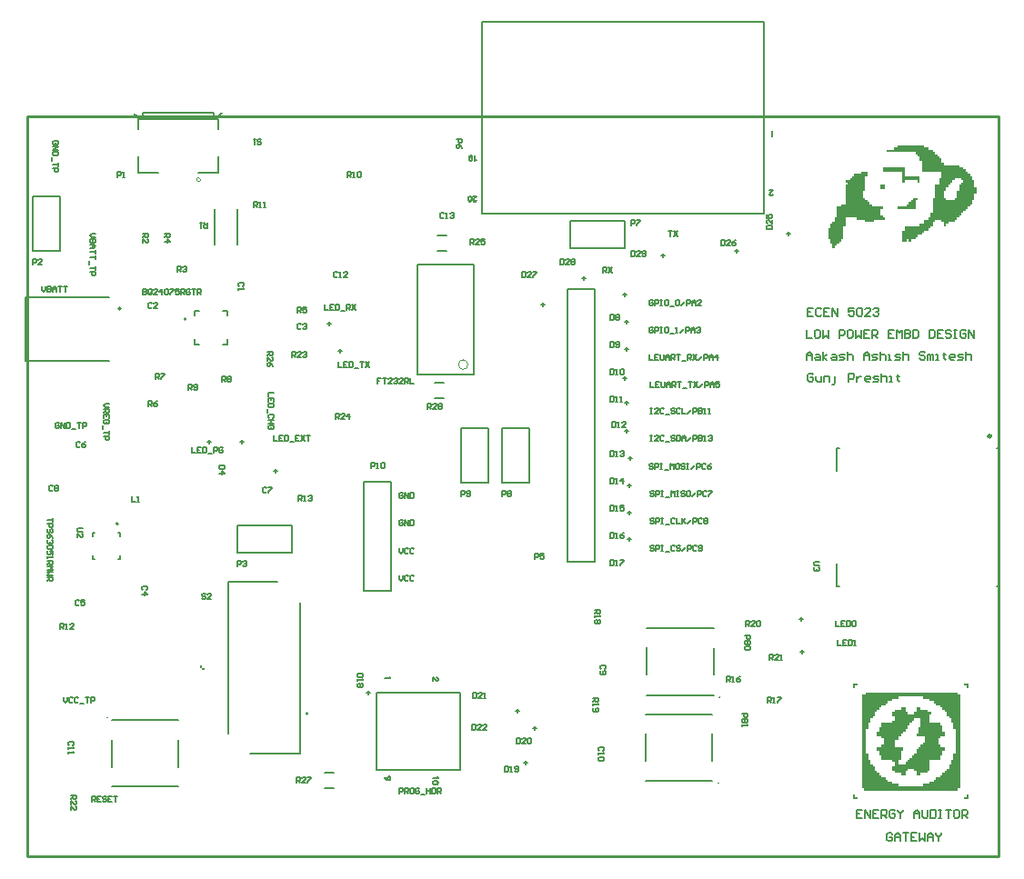
<source format=gto>
G04 Layer_Color=65535*
%FSLAX25Y25*%
%MOIN*%
G70*
G01*
G75*
%ADD34C,0.01000*%
%ADD36C,0.00800*%
%ADD45C,0.00500*%
%ADD46C,0.00787*%
%ADD47C,0.00000*%
%ADD48C,0.01102*%
%ADD49C,0.00600*%
%ADD50C,0.00700*%
G36*
X304400Y62700D02*
X303600D01*
Y61900D01*
X302800D01*
Y62700D01*
Y63500D01*
X304400D01*
Y62700D01*
D02*
G37*
G36*
X345200D02*
Y61900D01*
X344400D01*
Y62700D01*
X343600D01*
Y63500D01*
X345200D01*
Y62700D01*
D02*
G37*
G36*
X64300Y69300D02*
X65100D01*
Y68500D01*
X64300D01*
Y69300D01*
X63500D01*
Y70100D01*
X64300D01*
Y69300D01*
D02*
G37*
G36*
X303600Y21900D02*
X304400D01*
Y21100D01*
X302800D01*
Y21900D01*
Y22700D01*
X303600D01*
Y21900D01*
D02*
G37*
G36*
X345200D02*
Y21100D01*
X343600D01*
Y21900D01*
X344400D01*
Y22700D01*
X345200D01*
Y21900D01*
D02*
G37*
G36*
X341200Y59500D02*
X342000D01*
Y58700D01*
Y57900D01*
Y57100D01*
Y56300D01*
Y55500D01*
Y54700D01*
Y53900D01*
Y53100D01*
Y52300D01*
Y51500D01*
Y50700D01*
Y49900D01*
Y49100D01*
Y48300D01*
Y47500D01*
Y46700D01*
Y45900D01*
Y45100D01*
Y44300D01*
Y43500D01*
Y42700D01*
Y41900D01*
Y41100D01*
Y40300D01*
Y39500D01*
Y38700D01*
Y37900D01*
Y37100D01*
Y36300D01*
Y35500D01*
Y34700D01*
Y33900D01*
Y33100D01*
Y32300D01*
Y31500D01*
Y30700D01*
Y29900D01*
Y29100D01*
Y28300D01*
Y27500D01*
Y26700D01*
Y25900D01*
Y25100D01*
X341200D01*
Y24300D01*
X306800D01*
Y25100D01*
X306000D01*
Y25900D01*
Y26700D01*
Y27500D01*
Y28300D01*
Y29100D01*
Y29900D01*
Y30700D01*
Y31500D01*
Y32300D01*
Y33100D01*
Y33900D01*
Y34700D01*
Y35500D01*
Y36300D01*
Y37100D01*
Y37900D01*
Y38700D01*
Y39500D01*
Y40300D01*
Y41100D01*
Y41900D01*
Y42700D01*
Y43500D01*
Y44300D01*
Y45100D01*
Y45900D01*
Y46700D01*
Y47500D01*
Y48300D01*
Y49100D01*
Y49900D01*
Y50700D01*
Y51500D01*
Y52300D01*
Y53100D01*
Y53900D01*
Y54700D01*
Y55500D01*
Y56300D01*
Y57100D01*
Y57900D01*
Y58700D01*
Y59500D01*
X307600D01*
Y60300D01*
X341200D01*
Y59500D01*
D02*
G37*
G36*
X314500Y245600D02*
Y244800D01*
X312900D01*
Y245600D01*
Y246400D01*
X314500D01*
Y245600D01*
D02*
G37*
G36*
X321700Y252000D02*
Y251200D01*
Y250400D01*
Y249600D01*
X327300D01*
Y248800D01*
Y248000D01*
Y247200D01*
X326500D01*
Y248000D01*
X321700D01*
Y247200D01*
X320900D01*
Y248000D01*
Y248800D01*
Y249600D01*
Y250400D01*
Y251200D01*
X313700D01*
Y252000D01*
Y252800D01*
X321700D01*
Y252000D01*
D02*
G37*
G36*
X326500Y240800D02*
X325700D01*
Y240000D01*
Y239200D01*
Y238400D01*
Y237600D01*
X319300D01*
Y238400D01*
X322500D01*
Y239200D01*
X323300D01*
Y240000D01*
X324100D01*
Y240800D01*
X324900D01*
Y241600D01*
X326500D01*
Y240800D01*
D02*
G37*
G36*
X328900Y260000D02*
X330500D01*
Y259200D01*
X332100D01*
Y258400D01*
X332900D01*
Y257600D01*
X333700D01*
Y256800D01*
X334500D01*
Y256000D01*
X335300D01*
Y255200D01*
Y254400D01*
X336100D01*
Y253600D01*
X341700D01*
Y252800D01*
X343300D01*
Y252000D01*
X344100D01*
Y251200D01*
X344900D01*
Y250400D01*
X345700D01*
Y249600D01*
X346500D01*
Y248800D01*
Y248000D01*
X347300D01*
Y247200D01*
Y246400D01*
Y245600D01*
X348100D01*
Y244800D01*
Y244000D01*
Y243200D01*
X347300D01*
Y242400D01*
Y241600D01*
Y240800D01*
X346500D01*
Y240000D01*
Y239200D01*
X345700D01*
Y238400D01*
X344900D01*
Y237600D01*
X344100D01*
Y236800D01*
X343300D01*
Y236000D01*
X342500D01*
Y235200D01*
X341700D01*
Y234400D01*
X340900D01*
Y233600D01*
X340100D01*
Y232800D01*
X337700D01*
Y232000D01*
X336900D01*
Y231200D01*
X336100D01*
Y232000D01*
Y232800D01*
X335300D01*
Y233600D01*
X332900D01*
Y232800D01*
X332100D01*
Y232000D01*
Y231200D01*
X331300D01*
Y230400D01*
X330500D01*
Y229600D01*
X328900D01*
Y228800D01*
X328100D01*
Y228000D01*
X326500D01*
Y227200D01*
X325700D01*
Y226400D01*
X324100D01*
Y225600D01*
X323300D01*
Y226400D01*
X322500D01*
Y225600D01*
X320900D01*
Y226400D01*
Y227200D01*
Y228000D01*
Y228800D01*
Y229600D01*
X321700D01*
Y230400D01*
Y231200D01*
X327300D01*
Y232000D01*
X328900D01*
Y232800D01*
Y233600D01*
X330500D01*
Y234400D01*
X331300D01*
Y235200D01*
Y236000D01*
X332100D01*
Y236800D01*
Y237600D01*
Y238400D01*
Y239200D01*
Y240000D01*
Y240800D01*
Y241600D01*
X332900D01*
Y242400D01*
Y243200D01*
Y244000D01*
Y244800D01*
Y245600D01*
Y246400D01*
X334500D01*
Y247200D01*
Y248000D01*
Y248800D01*
X335300D01*
Y249600D01*
Y250400D01*
Y251200D01*
X328100D01*
Y252000D01*
Y252800D01*
Y253600D01*
Y254400D01*
Y255200D01*
X327300D01*
Y256000D01*
Y256800D01*
X326500D01*
Y257600D01*
X325700D01*
Y258400D01*
X315300D01*
Y259200D01*
X317700D01*
Y260000D01*
X319300D01*
Y260800D01*
X328900D01*
Y260000D01*
D02*
G37*
G36*
X308100Y250400D02*
Y249600D01*
X307300D01*
Y248800D01*
Y248000D01*
Y247200D01*
Y246400D01*
Y245600D01*
Y244800D01*
Y244000D01*
X306500D01*
Y243200D01*
Y242400D01*
Y241600D01*
X307300D01*
Y240800D01*
X308100D01*
Y240000D01*
X308900D01*
Y239200D01*
X309700D01*
Y238400D01*
X313700D01*
Y237600D01*
X312900D01*
Y236800D01*
Y236000D01*
Y235200D01*
X313700D01*
Y234400D01*
X314500D01*
Y233600D01*
X310500D01*
Y232800D01*
X307300D01*
Y233600D01*
X304100D01*
Y234400D01*
X300100D01*
Y233600D01*
Y232800D01*
Y232000D01*
Y231200D01*
X299300D01*
Y230400D01*
Y229600D01*
Y228800D01*
Y228000D01*
Y227200D01*
Y226400D01*
X298500D01*
Y225600D01*
X297700D01*
Y224800D01*
X296900D01*
Y224000D01*
X296100D01*
Y223200D01*
X295300D01*
Y224000D01*
Y224800D01*
X294500D01*
Y225600D01*
Y226400D01*
X293700D01*
Y227200D01*
Y228000D01*
Y228800D01*
Y229600D01*
Y230400D01*
X294500D01*
Y231200D01*
Y232000D01*
X295300D01*
Y232800D01*
X296100D01*
Y233600D01*
Y234400D01*
X296900D01*
Y235200D01*
Y236000D01*
Y236800D01*
Y237600D01*
Y238400D01*
X298500D01*
Y239200D01*
X300100D01*
Y240000D01*
Y240800D01*
Y241600D01*
Y242400D01*
Y243200D01*
Y244000D01*
Y244800D01*
Y245600D01*
Y246400D01*
X300900D01*
Y247200D01*
X300100D01*
Y248000D01*
X301700D01*
Y248800D01*
X302500D01*
Y249600D01*
X303300D01*
Y250400D01*
X305700D01*
Y251200D01*
X308100D01*
Y250400D01*
D02*
G37*
%LPC*%
G36*
X328400Y58700D02*
X319600D01*
Y57900D01*
X317200D01*
Y57100D01*
X315600D01*
Y56300D01*
X314800D01*
Y55500D01*
X313200D01*
Y54700D01*
X312400D01*
Y53900D01*
X311600D01*
Y53100D01*
X310800D01*
Y52300D01*
Y51500D01*
X310000D01*
Y50700D01*
X309200D01*
Y49900D01*
Y49100D01*
X308400D01*
Y48300D01*
Y47500D01*
Y46700D01*
X307600D01*
Y45900D01*
Y45100D01*
Y44300D01*
Y43500D01*
Y42700D01*
Y41900D01*
Y41100D01*
Y40300D01*
Y39500D01*
Y38700D01*
Y37900D01*
X308400D01*
Y37100D01*
Y36300D01*
Y35500D01*
X309200D01*
Y34700D01*
Y33900D01*
X310000D01*
Y33100D01*
X310800D01*
Y32300D01*
Y31500D01*
X311600D01*
Y30700D01*
X312400D01*
Y29900D01*
X313200D01*
Y29100D01*
X314800D01*
Y28300D01*
X315600D01*
Y27500D01*
X317200D01*
Y26700D01*
X319600D01*
Y25900D01*
X328400D01*
Y26700D01*
X330800D01*
Y27500D01*
X332400D01*
Y28300D01*
X333200D01*
Y29100D01*
X334800D01*
Y29900D01*
X335600D01*
Y30700D01*
X336400D01*
Y31500D01*
X337200D01*
Y32300D01*
X338000D01*
Y33100D01*
Y33900D01*
X338800D01*
Y34700D01*
Y35500D01*
X339600D01*
Y36300D01*
Y37100D01*
Y37900D01*
X340400D01*
Y38700D01*
Y39500D01*
Y40300D01*
Y41100D01*
Y41900D01*
Y42700D01*
Y43500D01*
Y44300D01*
Y45100D01*
Y45900D01*
Y46700D01*
X339600D01*
Y47500D01*
Y48300D01*
Y49100D01*
X338800D01*
Y49900D01*
Y50700D01*
X338000D01*
Y51500D01*
X337200D01*
Y52300D01*
Y53100D01*
X336400D01*
Y53900D01*
X335600D01*
Y54700D01*
X334800D01*
Y55500D01*
X333200D01*
Y56300D01*
X332400D01*
Y57100D01*
X330800D01*
Y57900D01*
X328400D01*
Y58700D01*
D02*
G37*
%LPD*%
G36*
X327600Y53900D02*
X330000D01*
Y53100D01*
X331600D01*
Y52300D01*
X330800D01*
Y51500D01*
Y50700D01*
Y49900D01*
Y49100D01*
X334800D01*
Y48300D01*
X335600D01*
Y47500D01*
Y46700D01*
Y45900D01*
X336400D01*
Y45100D01*
Y44300D01*
X334800D01*
Y43500D01*
X334000D01*
Y42700D01*
Y41900D01*
Y41100D01*
X334800D01*
Y40300D01*
X336400D01*
Y39500D01*
Y38700D01*
X335600D01*
Y37900D01*
Y37100D01*
X334800D01*
Y36300D01*
Y35500D01*
X330800D01*
Y34700D01*
Y33900D01*
Y33100D01*
Y32300D01*
Y31500D01*
X330000D01*
Y30700D01*
X327600D01*
Y29900D01*
X326000D01*
Y30700D01*
Y31500D01*
X325200D01*
Y32300D01*
X322800D01*
Y31500D01*
X322000D01*
Y30700D01*
Y29900D01*
X320400D01*
Y30700D01*
X318000D01*
Y31500D01*
X317200D01*
Y32300D01*
Y33100D01*
X318000D01*
Y33900D01*
Y34700D01*
X317200D01*
Y35500D01*
X313200D01*
Y36300D01*
Y37100D01*
X312400D01*
Y37900D01*
Y38700D01*
X311600D01*
Y39500D01*
Y40300D01*
X313200D01*
Y41100D01*
X314000D01*
Y41900D01*
Y42700D01*
Y43500D01*
X313200D01*
Y44300D01*
X311600D01*
Y45100D01*
Y45900D01*
X312400D01*
Y46700D01*
Y47500D01*
X313200D01*
Y48300D01*
Y49100D01*
X317200D01*
Y49900D01*
X318000D01*
Y50700D01*
Y51500D01*
X317200D01*
Y52300D01*
Y53100D01*
X318000D01*
Y53900D01*
X320400D01*
Y54700D01*
X322000D01*
Y53900D01*
Y53100D01*
X322800D01*
Y52300D01*
X325200D01*
Y53100D01*
X326000D01*
Y53900D01*
Y54700D01*
X327600D01*
Y53900D01*
D02*
G37*
%LPC*%
G36*
Y50700D02*
X325200D01*
Y49900D01*
X324400D01*
Y49100D01*
X323600D01*
Y48300D01*
X322800D01*
Y47500D01*
Y46700D01*
X322000D01*
Y45900D01*
X321200D01*
Y45100D01*
X320400D01*
Y44300D01*
X319600D01*
Y43500D01*
Y42700D01*
X318000D01*
Y41900D01*
Y41100D01*
Y40300D01*
X321200D01*
Y39500D01*
Y38700D01*
X320400D01*
Y37900D01*
Y37100D01*
Y36300D01*
Y35500D01*
X319600D01*
Y34700D01*
Y33900D01*
X322000D01*
Y34700D01*
X322800D01*
Y35500D01*
X323600D01*
Y36300D01*
X324400D01*
Y37100D01*
X325200D01*
Y37900D01*
X326000D01*
Y38700D01*
Y39500D01*
X326800D01*
Y40300D01*
X327600D01*
Y41100D01*
X328400D01*
Y41900D01*
X329200D01*
Y42700D01*
Y43500D01*
Y44300D01*
X326000D01*
Y45100D01*
X326800D01*
Y45900D01*
Y46700D01*
Y47500D01*
X327600D01*
Y48300D01*
Y49100D01*
Y49900D01*
Y50700D01*
D02*
G37*
G36*
X342500Y248800D02*
X340100D01*
Y248000D01*
X339300D01*
Y247200D01*
X338500D01*
Y246400D01*
X337700D01*
Y245600D01*
X336900D01*
Y244800D01*
Y244000D01*
X336100D01*
Y243200D01*
Y242400D01*
Y241600D01*
X336900D01*
Y240800D01*
X340100D01*
Y241600D01*
X340900D01*
Y242400D01*
Y243200D01*
Y244000D01*
X341700D01*
Y244800D01*
Y245600D01*
Y246400D01*
X342500D01*
Y247200D01*
X343300D01*
Y248000D01*
X342500D01*
Y248800D01*
D02*
G37*
%LPD*%
D34*
X356000Y184625D02*
Y271500D01*
Y0D02*
Y75875D01*
X0Y0D02*
Y271500D01*
X356000D01*
Y75875D02*
Y184625D01*
X0Y0D02*
X356000D01*
D36*
X163736Y176921D02*
Y217079D01*
X143264D02*
X163736D01*
X143264Y176921D02*
Y217079D01*
Y176921D02*
X163736D01*
D45*
X34500Y201000D02*
G03*
X34500Y201000I-500J0D01*
G01*
X61398Y198331D02*
Y200102D01*
X63169D01*
X71831D02*
X73602D01*
Y198331D02*
Y200102D01*
X61398Y187898D02*
Y189669D01*
Y187898D02*
X63169D01*
X71831D02*
X73602D01*
Y189669D01*
X226795Y52205D02*
X251205D01*
X226795Y27795D02*
X251205D01*
Y35197D02*
Y45118D01*
X226795Y35315D02*
Y45236D01*
X227295Y83705D02*
X251705D01*
X227295Y59295D02*
X251705D01*
Y66697D02*
Y76618D01*
X227295Y66815D02*
Y76736D01*
X24166Y109079D02*
Y110457D01*
X34008Y109079D02*
Y110457D01*
X24166Y117543D02*
Y118921D01*
X34008Y117543D02*
Y118921D01*
X24166Y109079D02*
X24756D01*
X33417D02*
X34008D01*
X24166Y118921D02*
X24756D01*
X33417D02*
X34008D01*
X356028Y99106D02*
Y149894D01*
X296972Y141626D02*
Y149894D01*
Y99106D02*
Y107374D01*
Y99106D02*
X297760D01*
X296972Y149894D02*
X297760D01*
X355634D02*
X356028D01*
X355634Y99106D02*
X356028D01*
X77291Y224583D02*
Y237417D01*
X68709Y224583D02*
Y237417D01*
X31216Y25795D02*
X55626D01*
X31216Y50205D02*
X55626D01*
X31216Y32882D02*
Y42803D01*
X55626Y32764D02*
Y42685D01*
X73732Y45248D02*
Y100744D01*
X91921D01*
X81921Y37752D02*
X100110D01*
Y93248D01*
X159100Y132100D02*
Y134099D01*
X160100D01*
X160433Y133766D01*
Y133100D01*
X160100Y132766D01*
X159100D01*
X161099Y132433D02*
X161433Y132100D01*
X162099D01*
X162432Y132433D01*
Y133766D01*
X162099Y134099D01*
X161433D01*
X161099Y133766D01*
Y133433D01*
X161433Y133100D01*
X162432D01*
X174100Y132100D02*
Y134099D01*
X175100D01*
X175433Y133766D01*
Y133100D01*
X175100Y132766D01*
X174100D01*
X176099Y133766D02*
X176433Y134099D01*
X177099D01*
X177432Y133766D01*
Y133433D01*
X177099Y133100D01*
X177432Y132766D01*
Y132433D01*
X177099Y132100D01*
X176433D01*
X176099Y132433D01*
Y132766D01*
X176433Y133100D01*
X176099Y133433D01*
Y133766D01*
X176433Y133100D02*
X177099D01*
X221500Y231500D02*
Y233499D01*
X222500D01*
X222833Y233166D01*
Y232500D01*
X222500Y232166D01*
X221500D01*
X223499Y233499D02*
X224832D01*
Y233166D01*
X223499Y231833D01*
Y231500D01*
X129833Y175499D02*
X128500D01*
Y174500D01*
X129166D01*
X128500D01*
Y173500D01*
X130499Y175499D02*
X131832D01*
X131166D01*
Y173500D01*
X133832D02*
X132499D01*
X133832Y174833D01*
Y175166D01*
X133498Y175499D01*
X132832D01*
X132499Y175166D01*
X134498D02*
X134831Y175499D01*
X135498D01*
X135831Y175166D01*
Y174833D01*
X135498Y174500D01*
X135164D01*
X135498D01*
X135831Y174167D01*
Y173833D01*
X135498Y173500D01*
X134831D01*
X134498Y173833D01*
X137830Y173500D02*
X136497D01*
X137830Y174833D01*
Y175166D01*
X137497Y175499D01*
X136831D01*
X136497Y175166D01*
X138497Y173500D02*
Y175499D01*
X139496D01*
X139830Y175166D01*
Y174500D01*
X139496Y174167D01*
X138497D01*
X139163D02*
X139830Y173500D01*
X140496Y175499D02*
Y173500D01*
X141829D01*
X290499Y108000D02*
X288833D01*
X288500Y107667D01*
Y107000D01*
X288833Y106667D01*
X290499D01*
X290166Y106001D02*
X290499Y105667D01*
Y105001D01*
X290166Y104668D01*
X289833D01*
X289500Y105001D01*
Y105334D01*
Y105001D01*
X289166Y104668D01*
X288833D01*
X288500Y105001D01*
Y105667D01*
X288833Y106001D01*
X9499Y124000D02*
Y122667D01*
Y123334D01*
X7500D01*
Y122001D02*
X9499D01*
Y121001D01*
X9166Y120668D01*
X8500D01*
X8167Y121001D01*
Y122001D01*
X9166Y118668D02*
X9499Y119002D01*
Y119668D01*
X9166Y120001D01*
X8833D01*
X8500Y119668D01*
Y119002D01*
X8167Y118668D01*
X7833D01*
X7500Y119002D01*
Y119668D01*
X7833Y120001D01*
X9499Y116669D02*
X9166Y117335D01*
X8500Y118002D01*
X7833D01*
X7500Y117669D01*
Y117002D01*
X7833Y116669D01*
X8167D01*
X8500Y117002D01*
Y118002D01*
X9166Y116003D02*
X9499Y115669D01*
Y115003D01*
X9166Y114670D01*
X8833D01*
X8500Y115003D01*
Y115336D01*
Y115003D01*
X8167Y114670D01*
X7833D01*
X7500Y115003D01*
Y115669D01*
X7833Y116003D01*
X9166Y114003D02*
X9499Y113670D01*
Y113004D01*
X9166Y112670D01*
X7833D01*
X7500Y113004D01*
Y113670D01*
X7833Y114003D01*
X9166D01*
X9499Y110671D02*
Y112004D01*
X8500D01*
X8833Y111337D01*
Y111004D01*
X8500Y110671D01*
X7833D01*
X7500Y111004D01*
Y111671D01*
X7833Y112004D01*
X7500Y110004D02*
Y109338D01*
Y109671D01*
X9499D01*
X9166Y110004D01*
X7500Y108338D02*
X9499D01*
Y107339D01*
X9166Y107006D01*
X8500D01*
X8167Y107339D01*
Y108338D01*
Y107672D02*
X7500Y107006D01*
Y106339D02*
X9499D01*
X8833Y105673D01*
X9499Y105006D01*
X7500D01*
X9499Y104340D02*
X7500D01*
X8167Y103673D01*
X7500Y103007D01*
X9499D01*
X7500Y102340D02*
X9499D01*
Y101341D01*
X9166Y101007D01*
X8500D01*
X8167Y101341D01*
Y102340D01*
Y101674D02*
X7500Y101007D01*
X20586Y120500D02*
X18920D01*
X18587Y120167D01*
Y119500D01*
X18920Y119167D01*
X20586D01*
X18587Y117168D02*
Y118501D01*
X19920Y117168D01*
X20253D01*
X20586Y117501D01*
Y118167D01*
X20253Y118501D01*
X42500Y207999D02*
Y206000D01*
X43500D01*
X43833Y206333D01*
Y206666D01*
X43500Y207000D01*
X42500D01*
X43500D01*
X43833Y207333D01*
Y207666D01*
X43500Y207999D01*
X42500D01*
X45832Y206333D02*
Y207666D01*
X45499Y207999D01*
X44833D01*
X44499Y207666D01*
Y206333D01*
X44833Y206000D01*
X45499D01*
X45166Y206666D02*
X45832Y206000D01*
X45499D02*
X45832Y206333D01*
X47832Y206000D02*
X46499D01*
X47832Y207333D01*
Y207666D01*
X47498Y207999D01*
X46832D01*
X46499Y207666D01*
X49498Y206000D02*
Y207999D01*
X48498Y207000D01*
X49831D01*
X50497Y207666D02*
X50831Y207999D01*
X51497D01*
X51830Y207666D01*
Y206333D01*
X51497Y206000D01*
X50831D01*
X50497Y206333D01*
Y207666D01*
X52497Y207999D02*
X53830D01*
Y207666D01*
X52497Y206333D01*
Y206000D01*
X55829Y207999D02*
X54496D01*
Y207000D01*
X55163Y207333D01*
X55496D01*
X55829Y207000D01*
Y206333D01*
X55496Y206000D01*
X54829D01*
X54496Y206333D01*
X56495Y206000D02*
Y207999D01*
X57495D01*
X57828Y207666D01*
Y207000D01*
X57495Y206666D01*
X56495D01*
X57162D02*
X57828Y206000D01*
X59828Y207666D02*
X59495Y207999D01*
X58828D01*
X58495Y207666D01*
Y206333D01*
X58828Y206000D01*
X59495D01*
X59828Y206333D01*
Y207000D01*
X59161D01*
X60494Y207999D02*
X61827D01*
X61161D01*
Y206000D01*
X62493D02*
Y207999D01*
X63493D01*
X63826Y207666D01*
Y207000D01*
X63493Y206666D01*
X62493D01*
X63160D02*
X63826Y206000D01*
X11166Y261167D02*
X11499Y261500D01*
Y262167D01*
X11166Y262500D01*
X9833D01*
X9500Y262167D01*
Y261500D01*
X9833Y261167D01*
X10500D01*
Y261834D01*
X9500Y260501D02*
X11499D01*
X9500Y259168D01*
X11499D01*
Y258501D02*
X9500D01*
Y257502D01*
X9833Y257168D01*
X11166D01*
X11499Y257502D01*
Y258501D01*
X9167Y256502D02*
Y255169D01*
X11499Y254503D02*
Y253170D01*
Y253836D01*
X9500D01*
Y252503D02*
X11499D01*
Y251504D01*
X11166Y251170D01*
X10500D01*
X10166Y251504D01*
Y252503D01*
X13500Y58499D02*
Y57166D01*
X14166Y56500D01*
X14833Y57166D01*
Y58499D01*
X16832Y58166D02*
X16499Y58499D01*
X15833D01*
X15499Y58166D01*
Y56833D01*
X15833Y56500D01*
X16499D01*
X16832Y56833D01*
X18832Y58166D02*
X18498Y58499D01*
X17832D01*
X17499Y58166D01*
Y56833D01*
X17832Y56500D01*
X18498D01*
X18832Y56833D01*
X19498Y56167D02*
X20831D01*
X21497Y58499D02*
X22830D01*
X22164D01*
Y56500D01*
X23497D02*
Y58499D01*
X24496D01*
X24830Y58166D01*
Y57500D01*
X24496Y57166D01*
X23497D01*
X29999Y166000D02*
X28666D01*
X28000Y165333D01*
X28666Y164667D01*
X29999D01*
X28000Y164001D02*
X29999D01*
Y163001D01*
X29666Y162668D01*
X29000D01*
X28666Y163001D01*
Y164001D01*
Y163334D02*
X28000Y162668D01*
X29999Y160668D02*
Y162001D01*
X28000D01*
Y160668D01*
X29000Y162001D02*
Y161335D01*
X29666Y158669D02*
X29999Y159002D01*
Y159669D01*
X29666Y160002D01*
X28333D01*
X28000Y159669D01*
Y159002D01*
X28333Y158669D01*
X29000D01*
Y159335D01*
X27667Y158003D02*
Y156670D01*
X29999Y156003D02*
Y154670D01*
Y155337D01*
X28000D01*
Y154004D02*
X29999D01*
Y153004D01*
X29666Y152671D01*
X29000D01*
X28666Y153004D01*
Y154004D01*
X24999Y228500D02*
X23666D01*
X23000Y227834D01*
X23666Y227167D01*
X24999D01*
Y226501D02*
X23000D01*
Y225501D01*
X23333Y225168D01*
X23666D01*
X24000Y225501D01*
Y226501D01*
Y225501D01*
X24333Y225168D01*
X24666D01*
X24999Y225501D01*
Y226501D01*
X23000Y224501D02*
X24333D01*
X24999Y223835D01*
X24333Y223168D01*
X23000D01*
X24000D01*
Y224501D01*
X24999Y222502D02*
Y221169D01*
Y221835D01*
X23000D01*
X24999Y220503D02*
Y219170D01*
Y219836D01*
X23000D01*
X22667Y218503D02*
Y217170D01*
X24999Y216504D02*
Y215171D01*
Y215837D01*
X23000D01*
Y214505D02*
X24999D01*
Y213505D01*
X24666Y213172D01*
X24000D01*
X23666Y213505D01*
Y214505D01*
X23900Y20300D02*
Y22299D01*
X24900D01*
X25233Y21966D01*
Y21300D01*
X24900Y20967D01*
X23900D01*
X24566D02*
X25233Y20300D01*
X27232Y22299D02*
X25899D01*
Y20300D01*
X27232D01*
X25899Y21300D02*
X26566D01*
X29232Y21966D02*
X28898Y22299D01*
X28232D01*
X27899Y21966D01*
Y21633D01*
X28232Y21300D01*
X28898D01*
X29232Y20967D01*
Y20633D01*
X28898Y20300D01*
X28232D01*
X27899Y20633D01*
X31231Y22299D02*
X29898D01*
Y20300D01*
X31231D01*
X29898Y21300D02*
X30564D01*
X31897Y22299D02*
X33230D01*
X32564D01*
Y20300D01*
X262000Y52500D02*
X263999D01*
Y51500D01*
X263666Y51167D01*
X263000D01*
X262666Y51500D01*
Y52500D01*
X263999Y50501D02*
X262000D01*
Y49501D01*
X262333Y49168D01*
X262666D01*
X263000Y49501D01*
Y50501D01*
Y49501D01*
X263333Y49168D01*
X263666D01*
X263999Y49501D01*
Y50501D01*
X262000Y48501D02*
Y47835D01*
Y48168D01*
X263999D01*
X263666Y48501D01*
X263000Y81000D02*
X264999D01*
Y80000D01*
X264666Y79667D01*
X264000D01*
X263666Y80000D01*
Y81000D01*
X264999Y79001D02*
X263000D01*
Y78001D01*
X263333Y77668D01*
X263666D01*
X264000Y78001D01*
Y79001D01*
Y78001D01*
X264333Y77668D01*
X264666D01*
X264999Y78001D01*
Y79001D01*
X264666Y77001D02*
X264999Y76668D01*
Y76002D01*
X264666Y75668D01*
X263333D01*
X263000Y76002D01*
Y76668D01*
X263333Y77001D01*
X264666D01*
X84510Y261334D02*
X84843Y261001D01*
X85509D01*
X85843Y261334D01*
Y261667D01*
X85509Y262000D01*
X84843D01*
X84510Y262334D01*
Y262667D01*
X84843Y263000D01*
X85509D01*
X85843Y262667D01*
X83843Y263000D02*
X83177D01*
X83510D01*
Y261001D01*
X83843Y261334D01*
X113100Y160600D02*
Y162599D01*
X114100D01*
X114433Y162266D01*
Y161600D01*
X114100Y161267D01*
X113100D01*
X113767D02*
X114433Y160600D01*
X116432D02*
X115099D01*
X116432Y161933D01*
Y162266D01*
X116099Y162599D01*
X115433D01*
X115099Y162266D01*
X118098Y160600D02*
Y162599D01*
X117099Y161600D01*
X118432D01*
X97000Y183000D02*
Y184999D01*
X98000D01*
X98333Y184666D01*
Y184000D01*
X98000Y183667D01*
X97000D01*
X97666D02*
X98333Y183000D01*
X100332D02*
X98999D01*
X100332Y184333D01*
Y184666D01*
X99999Y184999D01*
X99333D01*
X98999Y184666D01*
X100999D02*
X101332Y184999D01*
X101998D01*
X102332Y184666D01*
Y184333D01*
X101998Y184000D01*
X101665D01*
X101998D01*
X102332Y183667D01*
Y183333D01*
X101998Y183000D01*
X101332D01*
X100999Y183333D01*
X16000Y22500D02*
X17999D01*
Y21500D01*
X17666Y21167D01*
X17000D01*
X16667Y21500D01*
Y22500D01*
Y21834D02*
X16000Y21167D01*
Y19168D02*
Y20501D01*
X17333Y19168D01*
X17666D01*
X17999Y19501D01*
Y20167D01*
X17666Y20501D01*
X16000Y17168D02*
Y18501D01*
X17333Y17168D01*
X17666D01*
X17999Y17502D01*
Y18168D01*
X17666Y18501D01*
X272000Y72000D02*
Y73999D01*
X273000D01*
X273333Y73666D01*
Y73000D01*
X273000Y72666D01*
X272000D01*
X272666D02*
X273333Y72000D01*
X275332D02*
X273999D01*
X275332Y73333D01*
Y73666D01*
X274999Y73999D01*
X274333D01*
X273999Y73666D01*
X275999Y72000D02*
X276665D01*
X276332D01*
Y73999D01*
X275999Y73666D01*
X263500Y84500D02*
Y86499D01*
X264500D01*
X264833Y86166D01*
Y85500D01*
X264500Y85166D01*
X263500D01*
X264166D02*
X264833Y84500D01*
X266832D02*
X265499D01*
X266832Y85833D01*
Y86166D01*
X266499Y86499D01*
X265833D01*
X265499Y86166D01*
X267499D02*
X267832Y86499D01*
X268498D01*
X268832Y86166D01*
Y84833D01*
X268498Y84500D01*
X267832D01*
X267499Y84833D01*
Y86166D01*
X207500Y58000D02*
X209499D01*
Y57000D01*
X209166Y56667D01*
X208500D01*
X208166Y57000D01*
Y58000D01*
Y57334D02*
X207500Y56667D01*
Y56001D02*
Y55334D01*
Y55667D01*
X209499D01*
X209166Y56001D01*
X207833Y54334D02*
X207500Y54001D01*
Y53335D01*
X207833Y53002D01*
X209166D01*
X209499Y53335D01*
Y54001D01*
X209166Y54334D01*
X208833D01*
X208500Y54001D01*
Y53002D01*
X208000Y90500D02*
X209999D01*
Y89500D01*
X209666Y89167D01*
X209000D01*
X208666Y89500D01*
Y90500D01*
Y89834D02*
X208000Y89167D01*
Y88501D02*
Y87834D01*
Y88167D01*
X209999D01*
X209666Y88501D01*
Y86835D02*
X209999Y86501D01*
Y85835D01*
X209666Y85502D01*
X209333D01*
X209000Y85835D01*
X208666Y85502D01*
X208333D01*
X208000Y85835D01*
Y86501D01*
X208333Y86835D01*
X208666D01*
X209000Y86501D01*
X209333Y86835D01*
X209666D01*
X209000Y86501D02*
Y85835D01*
X271500Y56500D02*
Y58499D01*
X272500D01*
X272833Y58166D01*
Y57500D01*
X272500Y57166D01*
X271500D01*
X272166D02*
X272833Y56500D01*
X273499D02*
X274166D01*
X273833D01*
Y58499D01*
X273499Y58166D01*
X275166Y58499D02*
X276498D01*
Y58166D01*
X275166Y56833D01*
Y56500D01*
X256500Y64000D02*
Y65999D01*
X257500D01*
X257833Y65666D01*
Y65000D01*
X257500Y64666D01*
X256500D01*
X257166D02*
X257833Y64000D01*
X258499D02*
X259166D01*
X258833D01*
Y65999D01*
X258499Y65666D01*
X261498Y65999D02*
X260832Y65666D01*
X260166Y65000D01*
Y64333D01*
X260499Y64000D01*
X261165D01*
X261498Y64333D01*
Y64666D01*
X261165Y65000D01*
X260166D01*
X99500Y130500D02*
Y132499D01*
X100500D01*
X100833Y132166D01*
Y131500D01*
X100500Y131167D01*
X99500D01*
X100166D02*
X100833Y130500D01*
X101499D02*
X102166D01*
X101833D01*
Y132499D01*
X101499Y132166D01*
X103165D02*
X103499Y132499D01*
X104165D01*
X104498Y132166D01*
Y131833D01*
X104165Y131500D01*
X103832D01*
X104165D01*
X104498Y131167D01*
Y130833D01*
X104165Y130500D01*
X103499D01*
X103165Y130833D01*
X12100Y83600D02*
Y85599D01*
X13100D01*
X13433Y85266D01*
Y84600D01*
X13100Y84266D01*
X12100D01*
X12766D02*
X13433Y83600D01*
X14099D02*
X14766D01*
X14433D01*
Y85599D01*
X14099Y85266D01*
X17098Y83600D02*
X15766D01*
X17098Y84933D01*
Y85266D01*
X16765Y85599D01*
X16099D01*
X15766Y85266D01*
X83100Y238100D02*
Y240099D01*
X84100D01*
X84433Y239766D01*
Y239100D01*
X84100Y238766D01*
X83100D01*
X83766D02*
X84433Y238100D01*
X85099D02*
X85766D01*
X85433D01*
Y240099D01*
X85099Y239766D01*
X86765Y238100D02*
X87432D01*
X87099D01*
Y240099D01*
X86765Y239766D01*
X117600Y249300D02*
Y251299D01*
X118600D01*
X118933Y250966D01*
Y250300D01*
X118600Y249966D01*
X117600D01*
X118266D02*
X118933Y249300D01*
X119599D02*
X120266D01*
X119933D01*
Y251299D01*
X119599Y250966D01*
X121265D02*
X121599Y251299D01*
X122265D01*
X122598Y250966D01*
Y249633D01*
X122265Y249300D01*
X121599D01*
X121265Y249633D01*
Y250966D01*
X59000Y171000D02*
Y172999D01*
X60000D01*
X60333Y172666D01*
Y172000D01*
X60000Y171667D01*
X59000D01*
X59666D02*
X60333Y171000D01*
X60999Y171333D02*
X61333Y171000D01*
X61999D01*
X62332Y171333D01*
Y172666D01*
X61999Y172999D01*
X61333D01*
X60999Y172666D01*
Y172333D01*
X61333Y172000D01*
X62332D01*
X71500Y174000D02*
Y175999D01*
X72500D01*
X72833Y175666D01*
Y175000D01*
X72500Y174667D01*
X71500D01*
X72166D02*
X72833Y174000D01*
X73499Y175666D02*
X73833Y175999D01*
X74499D01*
X74832Y175666D01*
Y175333D01*
X74499Y175000D01*
X74832Y174667D01*
Y174333D01*
X74499Y174000D01*
X73833D01*
X73499Y174333D01*
Y174667D01*
X73833Y175000D01*
X73499Y175333D01*
Y175666D01*
X73833Y175000D02*
X74499D01*
X47100Y175100D02*
Y177099D01*
X48100D01*
X48433Y176766D01*
Y176100D01*
X48100Y175767D01*
X47100D01*
X47766D02*
X48433Y175100D01*
X49099Y177099D02*
X50432D01*
Y176766D01*
X49099Y175433D01*
Y175100D01*
X44500Y165000D02*
Y166999D01*
X45500D01*
X45833Y166666D01*
Y166000D01*
X45500Y165666D01*
X44500D01*
X45166D02*
X45833Y165000D01*
X47832Y166999D02*
X47166Y166666D01*
X46499Y166000D01*
Y165333D01*
X46833Y165000D01*
X47499D01*
X47832Y165333D01*
Y165666D01*
X47499Y166000D01*
X46499D01*
X99256Y199500D02*
Y201499D01*
X100256D01*
X100589Y201166D01*
Y200500D01*
X100256Y200167D01*
X99256D01*
X99922D02*
X100589Y199500D01*
X102588Y201499D02*
X101255D01*
Y200500D01*
X101922Y200833D01*
X102255D01*
X102588Y200500D01*
Y199833D01*
X102255Y199500D01*
X101588D01*
X101255Y199833D01*
X50500Y228500D02*
X52499D01*
Y227500D01*
X52166Y227167D01*
X51500D01*
X51166Y227500D01*
Y228500D01*
Y227834D02*
X50500Y227167D01*
Y225501D02*
X52499D01*
X51500Y226501D01*
Y225168D01*
X55244Y214500D02*
Y216499D01*
X56244D01*
X56577Y216166D01*
Y215500D01*
X56244Y215166D01*
X55244D01*
X55910D02*
X56577Y214500D01*
X57243Y216166D02*
X57577Y216499D01*
X58243D01*
X58576Y216166D01*
Y215833D01*
X58243Y215500D01*
X57910D01*
X58243D01*
X58576Y215166D01*
Y214833D01*
X58243Y214500D01*
X57577D01*
X57243Y214833D01*
X42500Y228500D02*
X44499D01*
Y227500D01*
X44166Y227167D01*
X43500D01*
X43166Y227500D01*
Y228500D01*
Y227834D02*
X42500Y227167D01*
Y225168D02*
Y226501D01*
X43833Y225168D01*
X44166D01*
X44499Y225501D01*
Y226167D01*
X44166Y226501D01*
X66000Y232500D02*
Y230501D01*
X65000D01*
X64667Y230834D01*
Y231500D01*
X65000Y231834D01*
X66000D01*
X65334D02*
X64667Y232500D01*
X64001D02*
X63334D01*
X63667D01*
Y230501D01*
X64001Y230834D01*
X157500Y263000D02*
X159499D01*
Y262000D01*
X159166Y261667D01*
X158500D01*
X158167Y262000D01*
Y263000D01*
X159499Y259668D02*
X159166Y260334D01*
X158500Y261001D01*
X157833D01*
X157500Y260667D01*
Y260001D01*
X157833Y259668D01*
X158167D01*
X158500Y260001D01*
Y261001D01*
X186000Y109000D02*
Y110999D01*
X187000D01*
X187333Y110666D01*
Y110000D01*
X187000Y109667D01*
X186000D01*
X189332Y110999D02*
X187999D01*
Y110000D01*
X188666Y110333D01*
X188999D01*
X189332Y110000D01*
Y109333D01*
X188999Y109000D01*
X188333D01*
X187999Y109333D01*
X136500Y23000D02*
Y24999D01*
X137500D01*
X137833Y24666D01*
Y24000D01*
X137500Y23666D01*
X136500D01*
X138499Y23000D02*
Y24999D01*
X139499D01*
X139832Y24666D01*
Y24000D01*
X139499Y23666D01*
X138499D01*
X139166D02*
X139832Y23000D01*
X141498Y24999D02*
X140832D01*
X140499Y24666D01*
Y23333D01*
X140832Y23000D01*
X141498D01*
X141832Y23333D01*
Y24666D01*
X141498Y24999D01*
X143831Y24666D02*
X143498Y24999D01*
X142831D01*
X142498Y24666D01*
Y23333D01*
X142831Y23000D01*
X143498D01*
X143831Y23333D01*
Y24000D01*
X143165D01*
X144497Y22667D02*
X145830D01*
X146497Y24999D02*
Y23000D01*
Y24000D01*
X147830D01*
Y24999D01*
Y23000D01*
X148496Y24999D02*
Y23000D01*
X149496D01*
X149829Y23333D01*
Y24666D01*
X149496Y24999D01*
X148496D01*
X150496Y23000D02*
Y24999D01*
X151495D01*
X151828Y24666D01*
Y24000D01*
X151495Y23666D01*
X150496D01*
X151162D02*
X151828Y23000D01*
X77100Y106600D02*
Y108599D01*
X78100D01*
X78433Y108266D01*
Y107600D01*
X78100Y107266D01*
X77100D01*
X79099Y108266D02*
X79433Y108599D01*
X80099D01*
X80432Y108266D01*
Y107933D01*
X80099Y107600D01*
X79766D01*
X80099D01*
X80432Y107266D01*
Y106933D01*
X80099Y106600D01*
X79433D01*
X79099Y106933D01*
X2100Y217100D02*
Y219099D01*
X3100D01*
X3433Y218766D01*
Y218100D01*
X3100Y217766D01*
X2100D01*
X5432Y217100D02*
X4099D01*
X5432Y218433D01*
Y218766D01*
X5099Y219099D01*
X4433D01*
X4099Y218766D01*
X33000Y249000D02*
Y250999D01*
X34000D01*
X34333Y250666D01*
Y250000D01*
X34000Y249666D01*
X33000D01*
X34999Y249000D02*
X35666D01*
X35333D01*
Y250999D01*
X34999Y250666D01*
X38500Y131999D02*
Y130000D01*
X39833D01*
X40499D02*
X41166D01*
X40833D01*
Y131999D01*
X40499Y131666D01*
X221500Y221999D02*
Y220000D01*
X222500D01*
X222833Y220333D01*
Y221666D01*
X222500Y221999D01*
X221500D01*
X224832Y220000D02*
X223499D01*
X224832Y221333D01*
Y221666D01*
X224499Y221999D01*
X223833D01*
X223499Y221666D01*
X225499Y220333D02*
X225832Y220000D01*
X226498D01*
X226832Y220333D01*
Y221666D01*
X226498Y221999D01*
X225832D01*
X225499Y221666D01*
Y221333D01*
X225832Y221000D01*
X226832D01*
X195500Y218999D02*
Y217000D01*
X196500D01*
X196833Y217333D01*
Y218666D01*
X196500Y218999D01*
X195500D01*
X198832Y217000D02*
X197499D01*
X198832Y218333D01*
Y218666D01*
X198499Y218999D01*
X197833D01*
X197499Y218666D01*
X199499D02*
X199832Y218999D01*
X200498D01*
X200832Y218666D01*
Y218333D01*
X200498Y218000D01*
X200832Y217666D01*
Y217333D01*
X200498Y217000D01*
X199832D01*
X199499Y217333D01*
Y217666D01*
X199832Y218000D01*
X199499Y218333D01*
Y218666D01*
X199832Y218000D02*
X200498D01*
X181500Y214531D02*
Y212531D01*
X182500D01*
X182833Y212865D01*
Y214198D01*
X182500Y214531D01*
X181500D01*
X184832Y212531D02*
X183499D01*
X184832Y213864D01*
Y214198D01*
X184499Y214531D01*
X183833D01*
X183499Y214198D01*
X185499Y214531D02*
X186832D01*
Y214198D01*
X185499Y212865D01*
Y212531D01*
X254500Y226031D02*
Y224031D01*
X255500D01*
X255833Y224365D01*
Y225698D01*
X255500Y226031D01*
X254500D01*
X257832Y224031D02*
X256499D01*
X257832Y225364D01*
Y225698D01*
X257499Y226031D01*
X256833D01*
X256499Y225698D01*
X259832Y226031D02*
X259165Y225698D01*
X258499Y225031D01*
Y224365D01*
X258832Y224031D01*
X259498D01*
X259832Y224365D01*
Y224698D01*
X259498Y225031D01*
X258499D01*
X271064Y230000D02*
X273063D01*
Y231000D01*
X272730Y231333D01*
X271397D01*
X271064Y231000D01*
Y230000D01*
X273063Y233332D02*
Y231999D01*
X271730Y233332D01*
X271397D01*
X271064Y232999D01*
Y232333D01*
X271397Y231999D01*
X271064Y235332D02*
Y233999D01*
X272063D01*
X271730Y234665D01*
Y234998D01*
X272063Y235332D01*
X272730D01*
X273063Y234998D01*
Y234332D01*
X272730Y233999D01*
X114000Y181499D02*
Y179500D01*
X115333D01*
X117332Y181499D02*
X115999D01*
Y179500D01*
X117332D01*
X115999Y180500D02*
X116666D01*
X117999Y181499D02*
Y179500D01*
X118998D01*
X119332Y179833D01*
Y181166D01*
X118998Y181499D01*
X117999D01*
X119998Y179167D02*
X121331D01*
X121997Y181499D02*
X123330D01*
X122664D01*
Y179500D01*
X123997Y181499D02*
X125330Y179500D01*
Y181499D02*
X123997Y179500D01*
X109000Y202499D02*
Y200500D01*
X110333D01*
X112332Y202499D02*
X110999D01*
Y200500D01*
X112332D01*
X110999Y201500D02*
X111666D01*
X112999Y202499D02*
Y200500D01*
X113998D01*
X114332Y200833D01*
Y202166D01*
X113998Y202499D01*
X112999D01*
X114998Y200167D02*
X116331D01*
X116997Y200500D02*
Y202499D01*
X117997D01*
X118330Y202166D01*
Y201500D01*
X117997Y201167D01*
X116997D01*
X117664D02*
X118330Y200500D01*
X118997Y202499D02*
X120330Y200500D01*
Y202499D02*
X118997Y200500D01*
X163000Y48499D02*
Y46500D01*
X164000D01*
X164333Y46833D01*
Y48166D01*
X164000Y48499D01*
X163000D01*
X166332Y46500D02*
X164999D01*
X166332Y47833D01*
Y48166D01*
X165999Y48499D01*
X165333D01*
X164999Y48166D01*
X168332Y46500D02*
X166999D01*
X168332Y47833D01*
Y48166D01*
X167998Y48499D01*
X167332D01*
X166999Y48166D01*
X163500Y59999D02*
Y58000D01*
X164500D01*
X164833Y58333D01*
Y59666D01*
X164500Y59999D01*
X163500D01*
X166832Y58000D02*
X165499D01*
X166832Y59333D01*
Y59666D01*
X166499Y59999D01*
X165833D01*
X165499Y59666D01*
X167499Y58000D02*
X168165D01*
X167832D01*
Y59999D01*
X167499Y59666D01*
X179500Y43499D02*
Y41500D01*
X180500D01*
X180833Y41833D01*
Y43166D01*
X180500Y43499D01*
X179500D01*
X182832Y41500D02*
X181499D01*
X182832Y42833D01*
Y43166D01*
X182499Y43499D01*
X181833D01*
X181499Y43166D01*
X183499D02*
X183832Y43499D01*
X184498D01*
X184832Y43166D01*
Y41833D01*
X184498Y41500D01*
X183832D01*
X183499Y41833D01*
Y43166D01*
X175000Y32999D02*
Y31000D01*
X176000D01*
X176333Y31333D01*
Y32666D01*
X176000Y32999D01*
X175000D01*
X176999Y31000D02*
X177666D01*
X177333D01*
Y32999D01*
X176999Y32666D01*
X178665Y31333D02*
X178999Y31000D01*
X179665D01*
X179998Y31333D01*
Y32666D01*
X179665Y32999D01*
X178999D01*
X178665Y32666D01*
Y32333D01*
X178999Y32000D01*
X179998D01*
X122999Y67011D02*
X121000D01*
Y66012D01*
X121333Y65679D01*
X122666D01*
X122999Y66012D01*
Y67011D01*
X121000Y65012D02*
Y64346D01*
Y64679D01*
X122999D01*
X122666Y65012D01*
Y63346D02*
X122999Y63013D01*
Y62346D01*
X122666Y62013D01*
X122333D01*
X122000Y62346D01*
X121667Y62013D01*
X121333D01*
X121000Y62346D01*
Y63013D01*
X121333Y63346D01*
X121667D01*
X122000Y63013D01*
X122333Y63346D01*
X122666D01*
X122000Y63013D02*
Y62346D01*
X213800Y108899D02*
Y106900D01*
X214800D01*
X215133Y107233D01*
Y108566D01*
X214800Y108899D01*
X213800D01*
X215799Y106900D02*
X216466D01*
X216133D01*
Y108899D01*
X215799Y108566D01*
X217465Y108899D02*
X218798D01*
Y108566D01*
X217465Y107233D01*
Y106900D01*
X213800Y118899D02*
Y116900D01*
X214800D01*
X215133Y117233D01*
Y118566D01*
X214800Y118899D01*
X213800D01*
X215799Y116900D02*
X216466D01*
X216133D01*
Y118899D01*
X215799Y118566D01*
X218798Y118899D02*
X218132Y118566D01*
X217465Y117900D01*
Y117233D01*
X217799Y116900D01*
X218465D01*
X218798Y117233D01*
Y117567D01*
X218465Y117900D01*
X217465D01*
X213800Y128899D02*
Y126900D01*
X214800D01*
X215133Y127233D01*
Y128566D01*
X214800Y128899D01*
X213800D01*
X215799Y126900D02*
X216466D01*
X216133D01*
Y128899D01*
X215799Y128566D01*
X218798Y128899D02*
X217465D01*
Y127900D01*
X218132Y128233D01*
X218465D01*
X218798Y127900D01*
Y127233D01*
X218465Y126900D01*
X217799D01*
X217465Y127233D01*
X213800Y138899D02*
Y136900D01*
X214800D01*
X215133Y137233D01*
Y138566D01*
X214800Y138899D01*
X213800D01*
X215799Y136900D02*
X216466D01*
X216133D01*
Y138899D01*
X215799Y138566D01*
X218465Y136900D02*
Y138899D01*
X217465Y137900D01*
X218798D01*
X213800Y148899D02*
Y146900D01*
X214800D01*
X215133Y147233D01*
Y148566D01*
X214800Y148899D01*
X213800D01*
X215799Y146900D02*
X216466D01*
X216133D01*
Y148899D01*
X215799Y148566D01*
X217465D02*
X217799Y148899D01*
X218465D01*
X218798Y148566D01*
Y148233D01*
X218465Y147900D01*
X218132D01*
X218465D01*
X218798Y147566D01*
Y147233D01*
X218465Y146900D01*
X217799D01*
X217465Y147233D01*
X214500Y159499D02*
Y157500D01*
X215500D01*
X215833Y157833D01*
Y159166D01*
X215500Y159499D01*
X214500D01*
X216499Y157500D02*
X217166D01*
X216833D01*
Y159499D01*
X216499Y159166D01*
X219498Y157500D02*
X218165D01*
X219498Y158833D01*
Y159166D01*
X219165Y159499D01*
X218499D01*
X218165Y159166D01*
X213800Y168899D02*
Y166900D01*
X214800D01*
X215133Y167233D01*
Y168566D01*
X214800Y168899D01*
X213800D01*
X215799Y166900D02*
X216466D01*
X216133D01*
Y168899D01*
X215799Y168566D01*
X217465Y166900D02*
X218132D01*
X217799D01*
Y168899D01*
X217465Y168566D01*
X213800Y178899D02*
Y176900D01*
X214800D01*
X215133Y177233D01*
Y178566D01*
X214800Y178899D01*
X213800D01*
X215799Y176900D02*
X216466D01*
X216133D01*
Y178899D01*
X215799Y178566D01*
X217465D02*
X217799Y178899D01*
X218465D01*
X218798Y178566D01*
Y177233D01*
X218465Y176900D01*
X217799D01*
X217465Y177233D01*
Y178566D01*
X213800Y188899D02*
Y186900D01*
X214800D01*
X215133Y187233D01*
Y188566D01*
X214800Y188899D01*
X213800D01*
X215799Y187233D02*
X216133Y186900D01*
X216799D01*
X217132Y187233D01*
Y188566D01*
X216799Y188899D01*
X216133D01*
X215799Y188566D01*
Y188233D01*
X216133Y187900D01*
X217132D01*
X213800Y198899D02*
Y196900D01*
X214800D01*
X215133Y197233D01*
Y198566D01*
X214800Y198899D01*
X213800D01*
X215799Y198566D02*
X216133Y198899D01*
X216799D01*
X217132Y198566D01*
Y198233D01*
X216799Y197900D01*
X217132Y197566D01*
Y197233D01*
X216799Y196900D01*
X216133D01*
X215799Y197233D01*
Y197566D01*
X216133Y197900D01*
X215799Y198233D01*
Y198566D01*
X216133Y197900D02*
X216799D01*
X297000Y79499D02*
Y77500D01*
X298333D01*
X300332Y79499D02*
X298999D01*
Y77500D01*
X300332D01*
X298999Y78500D02*
X299666D01*
X300999Y79499D02*
Y77500D01*
X301998D01*
X302332Y77833D01*
Y79166D01*
X301998Y79499D01*
X300999D01*
X302998Y77500D02*
X303664D01*
X303331D01*
Y79499D01*
X302998Y79166D01*
X296500Y86499D02*
Y84500D01*
X297833D01*
X299832Y86499D02*
X298499D01*
Y84500D01*
X299832D01*
X298499Y85500D02*
X299166D01*
X300499Y86499D02*
Y84500D01*
X301498D01*
X301832Y84833D01*
Y86166D01*
X301498Y86499D01*
X300499D01*
X302498Y86166D02*
X302831Y86499D01*
X303498D01*
X303831Y86166D01*
Y84833D01*
X303498Y84500D01*
X302831D01*
X302498Y84833D01*
Y86166D01*
X72499Y143500D02*
X70500D01*
Y142500D01*
X70833Y142167D01*
X72166D01*
X72499Y142500D01*
Y143500D01*
X70500Y140501D02*
X72499D01*
X71500Y141501D01*
Y140168D01*
X90500Y154499D02*
Y152500D01*
X91833D01*
X93832Y154499D02*
X92499D01*
Y152500D01*
X93832D01*
X92499Y153500D02*
X93166D01*
X94499Y154499D02*
Y152500D01*
X95498D01*
X95832Y152833D01*
Y154166D01*
X95498Y154499D01*
X94499D01*
X96498Y152167D02*
X97831D01*
X99830Y154499D02*
X98497D01*
Y152500D01*
X99830D01*
X98497Y153500D02*
X99164D01*
X100497Y154499D02*
X101830Y152500D01*
Y154499D02*
X100497Y152500D01*
X102496Y154499D02*
X103829D01*
X103163D01*
Y152500D01*
X60500Y149999D02*
Y148000D01*
X61833D01*
X63832Y149999D02*
X62499D01*
Y148000D01*
X63832D01*
X62499Y149000D02*
X63166D01*
X64499Y149999D02*
Y148000D01*
X65498D01*
X65832Y148333D01*
Y149666D01*
X65498Y149999D01*
X64499D01*
X66498Y147667D02*
X67831D01*
X68497Y148000D02*
Y149999D01*
X69497D01*
X69830Y149666D01*
Y149000D01*
X69497Y148667D01*
X68497D01*
X71830Y149666D02*
X71496Y149999D01*
X70830D01*
X70497Y149666D01*
Y148333D01*
X70830Y148000D01*
X71496D01*
X71830Y148333D01*
Y149000D01*
X71163D01*
X90499Y170000D02*
X88500D01*
Y168667D01*
X90499Y166668D02*
Y168001D01*
X88500D01*
Y166668D01*
X89500Y168001D02*
Y167334D01*
X90499Y166001D02*
X88500D01*
Y165002D01*
X88833Y164668D01*
X90166D01*
X90499Y165002D01*
Y166001D01*
X88167Y164002D02*
Y162669D01*
X90166Y160670D02*
X90499Y161003D01*
Y161669D01*
X90166Y162003D01*
X88833D01*
X88500Y161669D01*
Y161003D01*
X88833Y160670D01*
X90499Y160003D02*
X88500D01*
X89500D01*
Y158670D01*
X90499D01*
X88500D01*
X90166Y156671D02*
X90499Y157004D01*
Y157671D01*
X90166Y158004D01*
X88833D01*
X88500Y157671D01*
Y157004D01*
X88833Y156671D01*
X89500D01*
Y157337D01*
X152833Y235666D02*
X152500Y235999D01*
X151833D01*
X151500Y235666D01*
Y234333D01*
X151833Y234000D01*
X152500D01*
X152833Y234333D01*
X153499Y234000D02*
X154166D01*
X153833D01*
Y235999D01*
X153499Y235666D01*
X155166D02*
X155499Y235999D01*
X156165D01*
X156498Y235666D01*
Y235333D01*
X156165Y235000D01*
X155832D01*
X156165D01*
X156498Y234666D01*
Y234333D01*
X156165Y234000D01*
X155499D01*
X155166Y234333D01*
X113833Y214166D02*
X113500Y214499D01*
X112833D01*
X112500Y214166D01*
Y212833D01*
X112833Y212500D01*
X113500D01*
X113833Y212833D01*
X114499Y212500D02*
X115166D01*
X114833D01*
Y214499D01*
X114499Y214166D01*
X117498Y212500D02*
X116165D01*
X117498Y213833D01*
Y214166D01*
X117165Y214499D01*
X116499D01*
X116165Y214166D01*
X16666Y40667D02*
X16999Y41000D01*
Y41667D01*
X16666Y42000D01*
X15333D01*
X15000Y41667D01*
Y41000D01*
X15333Y40667D01*
X15000Y40001D02*
Y39334D01*
Y39667D01*
X16999D01*
X16666Y40001D01*
X15000Y38335D02*
Y37668D01*
Y38001D01*
X16999D01*
X16666Y38335D01*
X211166Y38667D02*
X211499Y39000D01*
Y39667D01*
X211166Y40000D01*
X209833D01*
X209500Y39667D01*
Y39000D01*
X209833Y38667D01*
X209500Y38001D02*
Y37334D01*
Y37667D01*
X211499D01*
X211166Y38001D01*
Y36334D02*
X211499Y36001D01*
Y35335D01*
X211166Y35002D01*
X209833D01*
X209500Y35335D01*
Y36001D01*
X209833Y36334D01*
X211166D01*
X211666Y68667D02*
X211999Y69000D01*
Y69667D01*
X211666Y70000D01*
X210333D01*
X210000Y69667D01*
Y69000D01*
X210333Y68667D01*
Y68001D02*
X210000Y67667D01*
Y67001D01*
X210333Y66668D01*
X211666D01*
X211999Y67001D01*
Y67667D01*
X211666Y68001D01*
X211333D01*
X211000Y67667D01*
Y66668D01*
X9333Y135666D02*
X9000Y135999D01*
X8333D01*
X8000Y135666D01*
Y134333D01*
X8333Y134000D01*
X9000D01*
X9333Y134333D01*
X9999Y135666D02*
X10333Y135999D01*
X10999D01*
X11332Y135666D01*
Y135333D01*
X10999Y135000D01*
X11332Y134667D01*
Y134333D01*
X10999Y134000D01*
X10333D01*
X9999Y134333D01*
Y134667D01*
X10333Y135000D01*
X9999Y135333D01*
Y135666D01*
X10333Y135000D02*
X10999D01*
X87833Y135166D02*
X87500Y135499D01*
X86833D01*
X86500Y135166D01*
Y133833D01*
X86833Y133500D01*
X87500D01*
X87833Y133833D01*
X88499Y135499D02*
X89832D01*
Y135166D01*
X88499Y133833D01*
Y133500D01*
X19333Y151666D02*
X19000Y151999D01*
X18333D01*
X18000Y151666D01*
Y150333D01*
X18333Y150000D01*
X19000D01*
X19333Y150333D01*
X21332Y151999D02*
X20666Y151666D01*
X19999Y151000D01*
Y150333D01*
X20333Y150000D01*
X20999D01*
X21332Y150333D01*
Y150666D01*
X20999Y151000D01*
X19999D01*
X19033Y93766D02*
X18700Y94099D01*
X18033D01*
X17700Y93766D01*
Y92433D01*
X18033Y92100D01*
X18700D01*
X19033Y92433D01*
X21032Y94099D02*
X19699D01*
Y93100D01*
X20366Y93433D01*
X20699D01*
X21032Y93100D01*
Y92433D01*
X20699Y92100D01*
X20033D01*
X19699Y92433D01*
X43753Y97911D02*
X44086Y98244D01*
Y98911D01*
X43753Y99244D01*
X42420D01*
X42087Y98911D01*
Y98244D01*
X42420Y97911D01*
X42087Y96245D02*
X44086D01*
X43086Y97245D01*
Y95912D01*
X100589Y195166D02*
X100256Y195499D01*
X99589D01*
X99256Y195166D01*
Y193833D01*
X99589Y193500D01*
X100256D01*
X100589Y193833D01*
X101255Y195166D02*
X101588Y195499D01*
X102255D01*
X102588Y195166D01*
Y194833D01*
X102255Y194500D01*
X101922D01*
X102255D01*
X102588Y194167D01*
Y193833D01*
X102255Y193500D01*
X101588D01*
X101255Y193833D01*
X45833Y202666D02*
X45500Y202999D01*
X44833D01*
X44500Y202666D01*
Y201333D01*
X44833Y201000D01*
X45500D01*
X45833Y201333D01*
X47832Y201000D02*
X46499D01*
X47832Y202333D01*
Y202666D01*
X47499Y202999D01*
X46833D01*
X46499Y202666D01*
X79166Y209167D02*
X79499Y209500D01*
Y210167D01*
X79166Y210500D01*
X77833D01*
X77500Y210167D01*
Y209500D01*
X77833Y209167D01*
X77500Y208501D02*
Y207834D01*
Y208167D01*
X79499D01*
X79166Y208501D01*
X5500Y208999D02*
Y207666D01*
X6166Y207000D01*
X6833Y207666D01*
Y208999D01*
X7499D02*
Y207000D01*
X8499D01*
X8832Y207333D01*
Y207666D01*
X8499Y208000D01*
X7499D01*
X8499D01*
X8832Y208333D01*
Y208666D01*
X8499Y208999D01*
X7499D01*
X9499Y207000D02*
Y208333D01*
X10165Y208999D01*
X10832Y208333D01*
Y207000D01*
Y208000D01*
X9499D01*
X11498Y208999D02*
X12831D01*
X12165D01*
Y207000D01*
X13497Y208999D02*
X14830D01*
X14164D01*
Y207000D01*
X88000Y185000D02*
X89999D01*
Y184000D01*
X89666Y183667D01*
X89000D01*
X88666Y184000D01*
Y185000D01*
Y184334D02*
X88000Y183667D01*
Y181668D02*
Y183001D01*
X89333Y181668D01*
X89666D01*
X89999Y182001D01*
Y182667D01*
X89666Y183001D01*
X89999Y179668D02*
X89666Y180335D01*
X89000Y181001D01*
X88333D01*
X88000Y180668D01*
Y180002D01*
X88333Y179668D01*
X88666D01*
X89000Y180002D01*
Y181001D01*
X11833Y158666D02*
X11500Y158999D01*
X10833D01*
X10500Y158666D01*
Y157333D01*
X10833Y157000D01*
X11500D01*
X11833Y157333D01*
Y158000D01*
X11167D01*
X12499Y157000D02*
Y158999D01*
X13832Y157000D01*
Y158999D01*
X14499D02*
Y157000D01*
X15498D01*
X15832Y157333D01*
Y158666D01*
X15498Y158999D01*
X14499D01*
X16498Y156667D02*
X17831D01*
X18497Y158999D02*
X19830D01*
X19164D01*
Y157000D01*
X20497D02*
Y158999D01*
X21496D01*
X21830Y158666D01*
Y158000D01*
X21496Y157667D01*
X20497D01*
X65333Y96166D02*
X65000Y96499D01*
X64333D01*
X64000Y96166D01*
Y95833D01*
X64333Y95500D01*
X65000D01*
X65333Y95166D01*
Y94833D01*
X65000Y94500D01*
X64333D01*
X64000Y94833D01*
X67332Y94500D02*
X65999D01*
X67332Y95833D01*
Y96166D01*
X66999Y96499D01*
X66333D01*
X65999Y96166D01*
X162500Y224500D02*
Y226499D01*
X163500D01*
X163833Y226166D01*
Y225500D01*
X163500Y225166D01*
X162500D01*
X163166D02*
X163833Y224500D01*
X165832D02*
X164499D01*
X165832Y225833D01*
Y226166D01*
X165499Y226499D01*
X164833D01*
X164499Y226166D01*
X167832Y226499D02*
X166499D01*
Y225500D01*
X167165Y225833D01*
X167498D01*
X167832Y225500D01*
Y224833D01*
X167498Y224500D01*
X166832D01*
X166499Y224833D01*
X98815Y27000D02*
Y28999D01*
X99815D01*
X100148Y28666D01*
Y28000D01*
X99815Y27666D01*
X98815D01*
X99481D02*
X100148Y27000D01*
X102147D02*
X100814D01*
X102147Y28333D01*
Y28666D01*
X101814Y28999D01*
X101147D01*
X100814Y28666D01*
X102814Y28999D02*
X104147D01*
Y28666D01*
X102814Y27333D01*
Y27000D01*
X146785Y164100D02*
Y166099D01*
X147785D01*
X148118Y165766D01*
Y165100D01*
X147785Y164767D01*
X146785D01*
X147451D02*
X148118Y164100D01*
X150117D02*
X148784D01*
X150117Y165433D01*
Y165766D01*
X149784Y166099D01*
X149118D01*
X148784Y165766D01*
X150784D02*
X151117Y166099D01*
X151783D01*
X152117Y165766D01*
Y165433D01*
X151783Y165100D01*
X152117Y164767D01*
Y164433D01*
X151783Y164100D01*
X151117D01*
X150784Y164433D01*
Y164767D01*
X151117Y165100D01*
X150784Y165433D01*
Y165766D01*
X151117Y165100D02*
X151783D01*
X126000Y142500D02*
Y144499D01*
X127000D01*
X127333Y144166D01*
Y143500D01*
X127000Y143166D01*
X126000D01*
X127999Y142500D02*
X128666D01*
X128333D01*
Y144499D01*
X127999Y144166D01*
X129666D02*
X129999Y144499D01*
X130665D01*
X130998Y144166D01*
Y142833D01*
X130665Y142500D01*
X129999D01*
X129666Y142833D01*
Y144166D01*
X90500Y141500D02*
X91833D01*
X91166Y142166D02*
Y140833D01*
X78000Y152000D02*
X79333D01*
X78666Y152666D02*
Y151333D01*
X66000Y152000D02*
X67333D01*
X66666Y152666D02*
Y151333D01*
X114000Y185500D02*
X115333D01*
X114666Y186166D02*
Y184833D01*
X110000Y195500D02*
X111333D01*
X110667Y196166D02*
Y194833D01*
X283500Y75000D02*
X284833D01*
X284166Y75666D02*
Y74333D01*
X283000Y87000D02*
X284333D01*
X283666Y87666D02*
Y86333D01*
X220000Y116500D02*
X221333D01*
X220666Y117166D02*
Y115833D01*
X220000Y126000D02*
X221333D01*
X220666Y126666D02*
Y125333D01*
X220000Y136000D02*
X221333D01*
X220666Y136666D02*
Y135333D01*
X220500Y146000D02*
X221833D01*
X221166Y146666D02*
Y145333D01*
X219000Y156000D02*
X220333D01*
X219666Y156666D02*
Y155333D01*
X219000Y166500D02*
X220333D01*
X219666Y167166D02*
Y165833D01*
X218500Y175500D02*
X219833D01*
X219166Y176166D02*
Y174833D01*
X219000Y186000D02*
X220333D01*
X219666Y186666D02*
Y185333D01*
X219000Y196000D02*
X220333D01*
X219666Y196666D02*
Y195333D01*
X218500Y206000D02*
X219833D01*
X219166Y206666D02*
Y205333D01*
X278500Y228500D02*
X279833D01*
X279166Y229166D02*
Y227833D01*
X259500Y222000D02*
X260833D01*
X260166Y222666D02*
Y221333D01*
X232500Y220500D02*
X233833D01*
X233166Y221166D02*
Y219833D01*
X203500Y212000D02*
X204833D01*
X204167Y212666D02*
Y211333D01*
X188500Y202500D02*
X189833D01*
X189166Y203166D02*
Y201833D01*
X179000Y53500D02*
X180333D01*
X179666Y54166D02*
Y52833D01*
X185500Y47000D02*
X186833D01*
X186167Y47666D02*
Y46333D01*
X182000Y34500D02*
X183333D01*
X182667Y35166D02*
Y33833D01*
X124500Y60000D02*
X125833D01*
X125166Y60666D02*
Y59333D01*
X150336Y29351D02*
X150432Y29160D01*
X150717Y28875D01*
X148718D01*
X150717Y27313D02*
X150622Y27599D01*
X150336Y27789D01*
X149860Y27885D01*
X149575D01*
X149099Y27789D01*
X148813Y27599D01*
X148718Y27313D01*
Y27123D01*
X148813Y26837D01*
X149099Y26647D01*
X149575Y26551D01*
X149860D01*
X150336Y26647D01*
X150622Y26837D01*
X150717Y27123D01*
Y27313D01*
X132643Y28108D02*
X132357Y28204D01*
X132167Y28394D01*
X132071Y28680D01*
Y28775D01*
X132167Y29061D01*
X132357Y29251D01*
X132643Y29346D01*
X132738D01*
X133024Y29251D01*
X133214Y29061D01*
X133309Y28775D01*
Y28680D01*
X133214Y28394D01*
X133024Y28204D01*
X132643Y28108D01*
X132167D01*
X131691Y28204D01*
X131405Y28394D01*
X131310Y28680D01*
Y28870D01*
X131405Y29156D01*
X131595Y29251D01*
X150244Y65738D02*
X150340D01*
X150530Y65642D01*
X150625Y65547D01*
X150721Y65357D01*
Y64976D01*
X150625Y64785D01*
X150530Y64690D01*
X150340Y64595D01*
X150149D01*
X149959Y64690D01*
X149673Y64881D01*
X148721Y65833D01*
Y64500D01*
X132914Y65854D02*
X133009Y65663D01*
X133295Y65378D01*
X131295D01*
X235000Y229499D02*
X236333D01*
X235666D01*
Y227500D01*
X236999Y229499D02*
X238332Y227500D01*
Y229499D02*
X236999Y227500D01*
X211000Y214000D02*
Y215999D01*
X212000D01*
X212333Y215666D01*
Y215000D01*
X212000Y214666D01*
X211000D01*
X211666D02*
X212333Y214000D01*
X212999Y215999D02*
X214332Y214000D01*
Y215999D02*
X212999Y214000D01*
X164751Y240757D02*
Y240662D01*
X164655Y240471D01*
X164560Y240376D01*
X164370Y240281D01*
X163989D01*
X163798Y240376D01*
X163703Y240471D01*
X163608Y240662D01*
Y240852D01*
X163703Y241043D01*
X163893Y241328D01*
X164846Y242281D01*
X163513D01*
X162494Y240281D02*
X162779Y240376D01*
X162970Y240662D01*
X163065Y241138D01*
Y241424D01*
X162970Y241900D01*
X162779Y242185D01*
X162494Y242281D01*
X162303D01*
X162018Y242185D01*
X161827Y241900D01*
X161732Y241424D01*
Y241138D01*
X161827Y240662D01*
X162018Y240376D01*
X162303Y240281D01*
X162494D01*
X273405Y242976D02*
Y242881D01*
X273310Y242691D01*
X273214Y242596D01*
X273024Y242500D01*
X272643D01*
X272453Y242596D01*
X272357Y242691D01*
X272262Y242881D01*
Y243072D01*
X272357Y243262D01*
X272548Y243548D01*
X273500Y244500D01*
X272167D01*
X273500Y264381D02*
X273310Y264286D01*
X273024Y264000D01*
Y266000D01*
X164752Y255628D02*
X164561Y255533D01*
X164276Y255247D01*
Y257246D01*
X162048Y255913D02*
X162143Y256199D01*
X162333Y256389D01*
X162619Y256485D01*
X162714D01*
X163000Y256389D01*
X163190Y256199D01*
X163286Y255913D01*
Y255818D01*
X163190Y255533D01*
X163000Y255342D01*
X162714Y255247D01*
X162619D01*
X162333Y255342D01*
X162143Y255533D01*
X162048Y255913D01*
Y256389D01*
X162143Y256866D01*
X162333Y257151D01*
X162619Y257246D01*
X162810D01*
X163095Y257151D01*
X163190Y256961D01*
X229833Y113666D02*
X229500Y113999D01*
X228833D01*
X228500Y113666D01*
Y113333D01*
X228833Y113000D01*
X229500D01*
X229833Y112666D01*
Y112333D01*
X229500Y112000D01*
X228833D01*
X228500Y112333D01*
X230499Y112000D02*
Y113999D01*
X231499D01*
X231832Y113666D01*
Y113000D01*
X231499Y112666D01*
X230499D01*
X232499Y113999D02*
X233165D01*
X232832D01*
Y112000D01*
X232499D01*
X233165D01*
X234165Y111667D02*
X235498D01*
X237497Y113666D02*
X237164Y113999D01*
X236497D01*
X236164Y113666D01*
Y112333D01*
X236497Y112000D01*
X237164D01*
X237497Y112333D01*
X239496Y113666D02*
X239163Y113999D01*
X238497D01*
X238163Y113666D01*
Y113333D01*
X238497Y113000D01*
X239163D01*
X239496Y112666D01*
Y112333D01*
X239163Y112000D01*
X238497D01*
X238163Y112333D01*
X240163Y112000D02*
X241496Y113333D01*
X242162Y112000D02*
Y113999D01*
X243162D01*
X243495Y113666D01*
Y113000D01*
X243162Y112666D01*
X242162D01*
X245495Y113666D02*
X245161Y113999D01*
X244495D01*
X244162Y113666D01*
Y112333D01*
X244495Y112000D01*
X245161D01*
X245495Y112333D01*
X246161D02*
X246494Y112000D01*
X247161D01*
X247494Y112333D01*
Y113666D01*
X247161Y113999D01*
X246494D01*
X246161Y113666D01*
Y113333D01*
X246494Y113000D01*
X247494D01*
X229833Y123666D02*
X229500Y123999D01*
X228833D01*
X228500Y123666D01*
Y123333D01*
X228833Y123000D01*
X229500D01*
X229833Y122667D01*
Y122333D01*
X229500Y122000D01*
X228833D01*
X228500Y122333D01*
X230499Y122000D02*
Y123999D01*
X231499D01*
X231832Y123666D01*
Y123000D01*
X231499Y122667D01*
X230499D01*
X232499Y123999D02*
X233165D01*
X232832D01*
Y122000D01*
X232499D01*
X233165D01*
X234165Y121667D02*
X235498D01*
X237497Y123666D02*
X237164Y123999D01*
X236497D01*
X236164Y123666D01*
Y122333D01*
X236497Y122000D01*
X237164D01*
X237497Y122333D01*
X238163Y123999D02*
Y122000D01*
X239496D01*
X240163Y123999D02*
Y122000D01*
Y122667D01*
X241496Y123999D01*
X240496Y123000D01*
X241496Y122000D01*
X242162D02*
X243495Y123333D01*
X244162Y122000D02*
Y123999D01*
X245161D01*
X245495Y123666D01*
Y123000D01*
X245161Y122667D01*
X244162D01*
X247494Y123666D02*
X247161Y123999D01*
X246494D01*
X246161Y123666D01*
Y122333D01*
X246494Y122000D01*
X247161D01*
X247494Y122333D01*
X248160Y123666D02*
X248494Y123999D01*
X249160D01*
X249493Y123666D01*
Y123333D01*
X249160Y123000D01*
X249493Y122667D01*
Y122333D01*
X249160Y122000D01*
X248494D01*
X248160Y122333D01*
Y122667D01*
X248494Y123000D01*
X248160Y123333D01*
Y123666D01*
X248494Y123000D02*
X249160D01*
X229833Y133666D02*
X229500Y133999D01*
X228833D01*
X228500Y133666D01*
Y133333D01*
X228833Y133000D01*
X229500D01*
X229833Y132667D01*
Y132333D01*
X229500Y132000D01*
X228833D01*
X228500Y132333D01*
X230499Y132000D02*
Y133999D01*
X231499D01*
X231832Y133666D01*
Y133000D01*
X231499Y132667D01*
X230499D01*
X232499Y133999D02*
X233165D01*
X232832D01*
Y132000D01*
X232499D01*
X233165D01*
X234165Y131667D02*
X235498D01*
X236164Y132000D02*
Y133999D01*
X236831Y133333D01*
X237497Y133999D01*
Y132000D01*
X238163Y133999D02*
X238830D01*
X238497D01*
Y132000D01*
X238163D01*
X238830D01*
X241163Y133666D02*
X240829Y133999D01*
X240163D01*
X239830Y133666D01*
Y133333D01*
X240163Y133000D01*
X240829D01*
X241163Y132667D01*
Y132333D01*
X240829Y132000D01*
X240163D01*
X239830Y132333D01*
X242829Y133999D02*
X242162D01*
X241829Y133666D01*
Y132333D01*
X242162Y132000D01*
X242829D01*
X243162Y132333D01*
Y133666D01*
X242829Y133999D01*
X243828Y132000D02*
X245161Y133333D01*
X245828Y132000D02*
Y133999D01*
X246827D01*
X247161Y133666D01*
Y133000D01*
X246827Y132667D01*
X245828D01*
X249160Y133666D02*
X248827Y133999D01*
X248160D01*
X247827Y133666D01*
Y132333D01*
X248160Y132000D01*
X248827D01*
X249160Y132333D01*
X249826Y133999D02*
X251159D01*
Y133666D01*
X249826Y132333D01*
Y132000D01*
X229333Y143666D02*
X229000Y143999D01*
X228333D01*
X228000Y143666D01*
Y143333D01*
X228333Y143000D01*
X229000D01*
X229333Y142666D01*
Y142333D01*
X229000Y142000D01*
X228333D01*
X228000Y142333D01*
X229999Y142000D02*
Y143999D01*
X230999D01*
X231332Y143666D01*
Y143000D01*
X230999Y142666D01*
X229999D01*
X231999Y143999D02*
X232665D01*
X232332D01*
Y142000D01*
X231999D01*
X232665D01*
X233665Y141667D02*
X234998D01*
X235664Y142000D02*
Y143999D01*
X236331Y143333D01*
X236997Y143999D01*
Y142000D01*
X238663Y143999D02*
X237997D01*
X237664Y143666D01*
Y142333D01*
X237997Y142000D01*
X238663D01*
X238996Y142333D01*
Y143666D01*
X238663Y143999D01*
X240996Y143666D02*
X240663Y143999D01*
X239996D01*
X239663Y143666D01*
Y143333D01*
X239996Y143000D01*
X240663D01*
X240996Y142666D01*
Y142333D01*
X240663Y142000D01*
X239996D01*
X239663Y142333D01*
X241662Y143999D02*
X242329D01*
X241996D01*
Y142000D01*
X241662D01*
X242329D01*
X243328D02*
X244661Y143333D01*
X245328Y142000D02*
Y143999D01*
X246327D01*
X246661Y143666D01*
Y143000D01*
X246327Y142666D01*
X245328D01*
X248660Y143666D02*
X248327Y143999D01*
X247660D01*
X247327Y143666D01*
Y142333D01*
X247660Y142000D01*
X248327D01*
X248660Y142333D01*
X250659Y143999D02*
X249993Y143666D01*
X249326Y143000D01*
Y142333D01*
X249660Y142000D01*
X250326D01*
X250659Y142333D01*
Y142666D01*
X250326Y143000D01*
X249326D01*
X228500Y154499D02*
X229166D01*
X228833D01*
Y152500D01*
X228500D01*
X229166D01*
X231499D02*
X230166D01*
X231499Y153833D01*
Y154166D01*
X231166Y154499D01*
X230499D01*
X230166Y154166D01*
X233498D02*
X233165Y154499D01*
X232499D01*
X232166Y154166D01*
Y152833D01*
X232499Y152500D01*
X233165D01*
X233498Y152833D01*
X234165Y152167D02*
X235498D01*
X237497Y154166D02*
X237164Y154499D01*
X236497D01*
X236164Y154166D01*
Y153833D01*
X236497Y153500D01*
X237164D01*
X237497Y153166D01*
Y152833D01*
X237164Y152500D01*
X236497D01*
X236164Y152833D01*
X238163Y154499D02*
Y152500D01*
X239163D01*
X239496Y152833D01*
Y154166D01*
X239163Y154499D01*
X238163D01*
X240163Y152500D02*
Y153833D01*
X240829Y154499D01*
X241496Y153833D01*
Y152500D01*
Y153500D01*
X240163D01*
X242162Y152500D02*
X243495Y153833D01*
X244162Y152500D02*
Y154499D01*
X245161D01*
X245495Y154166D01*
Y153500D01*
X245161Y153166D01*
X244162D01*
X246161Y154499D02*
Y152500D01*
X247161D01*
X247494Y152833D01*
Y153166D01*
X247161Y153500D01*
X246161D01*
X247161D01*
X247494Y153833D01*
Y154166D01*
X247161Y154499D01*
X246161D01*
X248160Y152500D02*
X248827D01*
X248494D01*
Y154499D01*
X248160Y154166D01*
X249826D02*
X250160Y154499D01*
X250826D01*
X251159Y154166D01*
Y153833D01*
X250826Y153500D01*
X250493D01*
X250826D01*
X251159Y153166D01*
Y152833D01*
X250826Y152500D01*
X250160D01*
X249826Y152833D01*
X228500Y164499D02*
X229166D01*
X228833D01*
Y162500D01*
X228500D01*
X229166D01*
X231499D02*
X230166D01*
X231499Y163833D01*
Y164166D01*
X231166Y164499D01*
X230499D01*
X230166Y164166D01*
X233498D02*
X233165Y164499D01*
X232499D01*
X232166Y164166D01*
Y162833D01*
X232499Y162500D01*
X233165D01*
X233498Y162833D01*
X234165Y162167D02*
X235498D01*
X237497Y164166D02*
X237164Y164499D01*
X236497D01*
X236164Y164166D01*
Y163833D01*
X236497Y163500D01*
X237164D01*
X237497Y163166D01*
Y162833D01*
X237164Y162500D01*
X236497D01*
X236164Y162833D01*
X239496Y164166D02*
X239163Y164499D01*
X238497D01*
X238163Y164166D01*
Y162833D01*
X238497Y162500D01*
X239163D01*
X239496Y162833D01*
X240163Y164499D02*
Y162500D01*
X241496D01*
X242162D02*
X243495Y163833D01*
X244162Y162500D02*
Y164499D01*
X245161D01*
X245495Y164166D01*
Y163500D01*
X245161Y163166D01*
X244162D01*
X246161Y164499D02*
Y162500D01*
X247161D01*
X247494Y162833D01*
Y163166D01*
X247161Y163500D01*
X246161D01*
X247161D01*
X247494Y163833D01*
Y164166D01*
X247161Y164499D01*
X246161D01*
X248160Y162500D02*
X248827D01*
X248494D01*
Y164499D01*
X248160Y164166D01*
X249826Y162500D02*
X250493D01*
X250160D01*
Y164499D01*
X249826Y164166D01*
X228500Y173999D02*
Y172000D01*
X229833D01*
X231832Y173999D02*
X230499D01*
Y172000D01*
X231832D01*
X230499Y173000D02*
X231166D01*
X232499Y173999D02*
Y172333D01*
X232832Y172000D01*
X233498D01*
X233832Y172333D01*
Y173999D01*
X234498Y172000D02*
Y173333D01*
X235164Y173999D01*
X235831Y173333D01*
Y172000D01*
Y173000D01*
X234498D01*
X236497Y172000D02*
Y173999D01*
X237497D01*
X237830Y173666D01*
Y173000D01*
X237497Y172667D01*
X236497D01*
X237164D02*
X237830Y172000D01*
X238497Y173999D02*
X239830D01*
X239163D01*
Y172000D01*
X240496Y171667D02*
X241829D01*
X242495Y173999D02*
X243828D01*
X243162D01*
Y172000D01*
X244495Y173999D02*
X245828Y172000D01*
Y173999D02*
X244495Y172000D01*
X246494D02*
X247827Y173333D01*
X248494Y172000D02*
Y173999D01*
X249493D01*
X249826Y173666D01*
Y173000D01*
X249493Y172667D01*
X248494D01*
X250493Y172000D02*
Y173333D01*
X251159Y173999D01*
X251826Y173333D01*
Y172000D01*
Y173000D01*
X250493D01*
X253825Y173999D02*
X252492D01*
Y173000D01*
X253159Y173333D01*
X253492D01*
X253825Y173000D01*
Y172333D01*
X253492Y172000D01*
X252825D01*
X252492Y172333D01*
X228000Y183999D02*
Y182000D01*
X229333D01*
X231332Y183999D02*
X229999D01*
Y182000D01*
X231332D01*
X229999Y183000D02*
X230666D01*
X231999Y183999D02*
Y182333D01*
X232332Y182000D01*
X232998D01*
X233332Y182333D01*
Y183999D01*
X233998Y182000D02*
Y183333D01*
X234665Y183999D01*
X235331Y183333D01*
Y182000D01*
Y183000D01*
X233998D01*
X235997Y182000D02*
Y183999D01*
X236997D01*
X237330Y183666D01*
Y183000D01*
X236997Y182667D01*
X235997D01*
X236664D02*
X237330Y182000D01*
X237997Y183999D02*
X239330D01*
X238663D01*
Y182000D01*
X239996Y181667D02*
X241329D01*
X241995Y182000D02*
Y183999D01*
X242995D01*
X243328Y183666D01*
Y183000D01*
X242995Y182667D01*
X241995D01*
X242662D02*
X243328Y182000D01*
X243995Y183999D02*
X245328Y182000D01*
Y183999D02*
X243995Y182000D01*
X245994D02*
X247327Y183333D01*
X247993Y182000D02*
Y183999D01*
X248993D01*
X249326Y183666D01*
Y183000D01*
X248993Y182667D01*
X247993D01*
X249993Y182000D02*
Y183333D01*
X250659Y183999D01*
X251326Y183333D01*
Y182000D01*
Y183000D01*
X249993D01*
X252992Y182000D02*
Y183999D01*
X251992Y183000D01*
X253325D01*
X229333Y193666D02*
X229000Y193999D01*
X228333D01*
X228000Y193666D01*
Y192333D01*
X228333Y192000D01*
X229000D01*
X229333Y192333D01*
Y193000D01*
X228666D01*
X229999Y192000D02*
Y193999D01*
X230999D01*
X231332Y193666D01*
Y193000D01*
X230999Y192666D01*
X229999D01*
X231999Y193999D02*
X232665D01*
X232332D01*
Y192000D01*
X231999D01*
X232665D01*
X234665Y193999D02*
X233998D01*
X233665Y193666D01*
Y192333D01*
X233998Y192000D01*
X234665D01*
X234998Y192333D01*
Y193666D01*
X234665Y193999D01*
X235664Y191667D02*
X236997D01*
X237664Y192000D02*
X238330D01*
X237997D01*
Y193999D01*
X237664Y193666D01*
X239330Y192000D02*
X240663Y193333D01*
X241329Y192000D02*
Y193999D01*
X242329D01*
X242662Y193666D01*
Y193000D01*
X242329Y192666D01*
X241329D01*
X243328Y192000D02*
Y193333D01*
X243995Y193999D01*
X244661Y193333D01*
Y192000D01*
Y193000D01*
X243328D01*
X245328Y193666D02*
X245661Y193999D01*
X246327D01*
X246661Y193666D01*
Y193333D01*
X246327Y193000D01*
X245994D01*
X246327D01*
X246661Y192666D01*
Y192333D01*
X246327Y192000D01*
X245661D01*
X245328Y192333D01*
X229333Y203666D02*
X229000Y203999D01*
X228333D01*
X228000Y203666D01*
Y202333D01*
X228333Y202000D01*
X229000D01*
X229333Y202333D01*
Y203000D01*
X228666D01*
X229999Y202000D02*
Y203999D01*
X230999D01*
X231332Y203666D01*
Y203000D01*
X230999Y202666D01*
X229999D01*
X231999Y203999D02*
X232665D01*
X232332D01*
Y202000D01*
X231999D01*
X232665D01*
X234665Y203999D02*
X233998D01*
X233665Y203666D01*
Y202333D01*
X233998Y202000D01*
X234665D01*
X234998Y202333D01*
Y203666D01*
X234665Y203999D01*
X235664Y201667D02*
X236997D01*
X237664Y203666D02*
X237997Y203999D01*
X238663D01*
X238996Y203666D01*
Y202333D01*
X238663Y202000D01*
X237997D01*
X237664Y202333D01*
Y203666D01*
X239663Y202000D02*
X240996Y203333D01*
X241662Y202000D02*
Y203999D01*
X242662D01*
X242995Y203666D01*
Y203000D01*
X242662Y202666D01*
X241662D01*
X243662Y202000D02*
Y203333D01*
X244328Y203999D01*
X244994Y203333D01*
Y202000D01*
Y203000D01*
X243662D01*
X246994Y202000D02*
X245661D01*
X246994Y203333D01*
Y203666D01*
X246661Y203999D01*
X245994D01*
X245661Y203666D01*
X136500Y102999D02*
Y101666D01*
X137167Y101000D01*
X137833Y101666D01*
Y102999D01*
X139832Y102666D02*
X139499Y102999D01*
X138833D01*
X138499Y102666D01*
Y101333D01*
X138833Y101000D01*
X139499D01*
X139832Y101333D01*
X141832Y102666D02*
X141498Y102999D01*
X140832D01*
X140499Y102666D01*
Y101333D01*
X140832Y101000D01*
X141498D01*
X141832Y101333D01*
X136500Y112999D02*
Y111667D01*
X137167Y111000D01*
X137833Y111667D01*
Y112999D01*
X139832Y112666D02*
X139499Y112999D01*
X138833D01*
X138499Y112666D01*
Y111333D01*
X138833Y111000D01*
X139499D01*
X139832Y111333D01*
X141832Y112666D02*
X141498Y112999D01*
X140832D01*
X140499Y112666D01*
Y111333D01*
X140832Y111000D01*
X141498D01*
X141832Y111333D01*
X137833Y123166D02*
X137500Y123499D01*
X136833D01*
X136500Y123166D01*
Y121833D01*
X136833Y121500D01*
X137500D01*
X137833Y121833D01*
Y122500D01*
X137167D01*
X138499Y121500D02*
Y123499D01*
X139832Y121500D01*
Y123499D01*
X140499D02*
Y121500D01*
X141498D01*
X141832Y121833D01*
Y123166D01*
X141498Y123499D01*
X140499D01*
X137833Y133166D02*
X137500Y133499D01*
X136833D01*
X136500Y133166D01*
Y131833D01*
X136833Y131500D01*
X137500D01*
X137833Y131833D01*
Y132500D01*
X137167D01*
X138499Y131500D02*
Y133499D01*
X139832Y131500D01*
Y133499D01*
X140499D02*
Y131500D01*
X141498D01*
X141832Y131833D01*
Y133166D01*
X141498Y133499D01*
X140499D01*
D46*
X58445Y197150D02*
G03*
X58445Y197150I-394J0D01*
G01*
X253370Y27008D02*
G03*
X253370Y27008I-197J0D01*
G01*
X253870Y58508D02*
G03*
X253870Y58508I-197J0D01*
G01*
X33496Y122051D02*
G03*
X33496Y122051I-394J0D01*
G01*
X71609Y272630D02*
G03*
X70236Y271050I103J-1476D01*
G01*
X40708Y270657D02*
G03*
X39336Y272236I-1476J103D01*
G01*
X29445Y50992D02*
G03*
X29445Y50992I-197J0D01*
G01*
X103063Y52516D02*
G03*
X103063Y52516I-394J0D01*
G01*
X150610Y222047D02*
X153760D01*
X150610Y227953D02*
X153760D01*
X128232Y31740D02*
X158768D01*
X128232D02*
Y60283D01*
X158768D01*
Y31740D02*
Y60283D01*
X159000Y157000D02*
X169000D01*
Y137000D02*
Y157000D01*
X159000Y137000D02*
X169000D01*
X159000D02*
Y157000D01*
X174000Y137000D02*
X184000D01*
X174000D02*
Y157000D01*
X184000D01*
Y137000D02*
Y157000D01*
X109240Y25047D02*
X112390D01*
X109240Y30953D02*
X112390D01*
X149610Y168047D02*
X152760D01*
X149610Y173953D02*
X152760D01*
X219000Y223000D02*
Y233000D01*
X199000Y223000D02*
X219000D01*
X199000D02*
Y233000D01*
X219000D01*
X166728Y235764D02*
X270272D01*
X166728D02*
Y306272D01*
X270272D01*
Y235764D02*
Y306272D01*
X77000Y111500D02*
Y121500D01*
X97000D01*
Y111500D02*
Y121500D01*
X77000Y111500D02*
X97000D01*
X2000Y222000D02*
X12000D01*
X2000D02*
Y242000D01*
X12000D01*
Y222000D02*
Y242000D01*
X62756Y250780D02*
X70236D01*
X40709D02*
X48189D01*
X40709D02*
Y256882D01*
Y266921D02*
Y270465D01*
X70236D01*
Y266921D02*
Y270465D01*
Y250780D02*
Y256882D01*
X68465Y270661D02*
Y272827D01*
X42480D02*
X68465D01*
X42480Y270661D02*
Y272827D01*
X123500Y97500D02*
X133500D01*
X123500D02*
Y137500D01*
X133500Y97500D02*
Y137500D01*
X123500D02*
X133500D01*
X198000Y115500D02*
Y208000D01*
Y108000D02*
Y115500D01*
Y108000D02*
X208000D01*
Y208000D01*
X198000D02*
X208000D01*
D47*
X161639Y180465D02*
G03*
X161639Y180465I-1741J0D01*
G01*
X63662Y248220D02*
G03*
X63662Y248220I-710J0D01*
G01*
D48*
X353429Y154224D02*
G03*
X353429Y154224I-551J0D01*
G01*
D49*
X-606Y181689D02*
Y205311D01*
X30299D01*
X-606Y181689D02*
X30299D01*
D50*
X288199Y176699D02*
X287700Y177199D01*
X286700D01*
X286200Y176699D01*
Y174699D01*
X286700Y174200D01*
X287700D01*
X288199Y174699D01*
Y175699D01*
X287200D01*
X289199Y176199D02*
Y174699D01*
X289699Y174200D01*
X291198D01*
Y176199D01*
X292198Y174200D02*
Y176199D01*
X293698D01*
X294197Y175699D01*
Y174200D01*
X295197Y173200D02*
X295697D01*
X296197Y173700D01*
Y176199D01*
X301195Y174200D02*
Y177199D01*
X302695D01*
X303194Y176699D01*
Y175699D01*
X302695Y175199D01*
X301195D01*
X304194Y176199D02*
Y174200D01*
Y175199D01*
X304694Y175699D01*
X305194Y176199D01*
X305694D01*
X308693Y174200D02*
X307693D01*
X307193Y174699D01*
Y175699D01*
X307693Y176199D01*
X308693D01*
X309193Y175699D01*
Y175199D01*
X307193D01*
X310192Y174200D02*
X311692D01*
X312192Y174699D01*
X311692Y175199D01*
X310692D01*
X310192Y175699D01*
X310692Y176199D01*
X312192D01*
X313191Y177199D02*
Y174200D01*
Y175699D01*
X313691Y176199D01*
X314691D01*
X315191Y175699D01*
Y174200D01*
X316190D02*
X317190D01*
X316690D01*
Y176199D01*
X316190D01*
X319189Y176699D02*
Y176199D01*
X318689D01*
X319689D01*
X319189D01*
Y174699D01*
X319689Y174200D01*
X306199Y17199D02*
X304200D01*
Y14200D01*
X306199D01*
X304200Y15699D02*
X305200D01*
X307199Y14200D02*
Y17199D01*
X309198Y14200D01*
Y17199D01*
X312197D02*
X310198D01*
Y14200D01*
X312197D01*
X310198Y15699D02*
X311198D01*
X313197Y14200D02*
Y17199D01*
X314697D01*
X315196Y16699D01*
Y15699D01*
X314697Y15200D01*
X313197D01*
X314197D02*
X315196Y14200D01*
X318196Y16699D02*
X317696Y17199D01*
X316696D01*
X316196Y16699D01*
Y14700D01*
X316696Y14200D01*
X317696D01*
X318196Y14700D01*
Y15699D01*
X317196D01*
X319195Y17199D02*
Y16699D01*
X320195Y15699D01*
X321195Y16699D01*
Y17199D01*
X320195Y15699D02*
Y14200D01*
X325193D02*
Y16199D01*
X326193Y17199D01*
X327193Y16199D01*
Y14200D01*
Y15699D01*
X325193D01*
X328192Y17199D02*
Y14700D01*
X328692Y14200D01*
X329692D01*
X330192Y14700D01*
Y17199D01*
X331191D02*
Y14200D01*
X332691D01*
X333191Y14700D01*
Y16699D01*
X332691Y17199D01*
X331191D01*
X334190D02*
X335190D01*
X334690D01*
Y14200D01*
X334190D01*
X335190D01*
X336689Y17199D02*
X338689D01*
X337689D01*
Y14200D01*
X341188Y17199D02*
X340188D01*
X339688Y16699D01*
Y14700D01*
X340188Y14200D01*
X341188D01*
X341688Y14700D01*
Y16699D01*
X341188Y17199D01*
X342688Y14200D02*
Y17199D01*
X344187D01*
X344687Y16699D01*
Y15699D01*
X344187Y15200D01*
X342688D01*
X343687D02*
X344687Y14200D01*
X288199Y201199D02*
X286200D01*
Y198200D01*
X288199D01*
X286200Y199699D02*
X287200D01*
X291198Y200699D02*
X290699Y201199D01*
X289699D01*
X289199Y200699D01*
Y198700D01*
X289699Y198200D01*
X290699D01*
X291198Y198700D01*
X294197Y201199D02*
X292198D01*
Y198200D01*
X294197D01*
X292198Y199699D02*
X293198D01*
X295197Y198200D02*
Y201199D01*
X297196Y198200D01*
Y201199D01*
X303194D02*
X301195D01*
Y199699D01*
X302195Y200199D01*
X302695D01*
X303194Y199699D01*
Y198700D01*
X302695Y198200D01*
X301695D01*
X301195Y198700D01*
X304194Y200699D02*
X304694Y201199D01*
X305694D01*
X306193Y200699D01*
Y198700D01*
X305694Y198200D01*
X304694D01*
X304194Y198700D01*
Y200699D01*
X309193Y198200D02*
X307193D01*
X309193Y200199D01*
Y200699D01*
X308693Y201199D01*
X307693D01*
X307193Y200699D01*
X310192D02*
X310692Y201199D01*
X311692D01*
X312192Y200699D01*
Y200199D01*
X311692Y199699D01*
X311192D01*
X311692D01*
X312192Y199200D01*
Y198700D01*
X311692Y198200D01*
X310692D01*
X310192Y198700D01*
X285700Y182200D02*
Y184199D01*
X286700Y185199D01*
X287699Y184199D01*
Y182200D01*
Y183700D01*
X285700D01*
X289199Y184199D02*
X290198D01*
X290698Y183700D01*
Y182200D01*
X289199D01*
X288699Y182700D01*
X289199Y183200D01*
X290698D01*
X291698Y182200D02*
Y185199D01*
Y183200D02*
X293198Y184199D01*
X291698Y183200D02*
X293198Y182200D01*
X295197Y184199D02*
X296197D01*
X296696Y183700D01*
Y182200D01*
X295197D01*
X294697Y182700D01*
X295197Y183200D01*
X296696D01*
X297696Y182200D02*
X299196D01*
X299695Y182700D01*
X299196Y183200D01*
X298196D01*
X297696Y183700D01*
X298196Y184199D01*
X299695D01*
X300695Y185199D02*
Y182200D01*
Y183700D01*
X301195Y184199D01*
X302195D01*
X302695Y183700D01*
Y182200D01*
X306693D02*
Y184199D01*
X307693Y185199D01*
X308693Y184199D01*
Y182200D01*
Y183700D01*
X306693D01*
X309692Y182200D02*
X311192D01*
X311692Y182700D01*
X311192Y183200D01*
X310192D01*
X309692Y183700D01*
X310192Y184199D01*
X311692D01*
X312691Y185199D02*
Y182200D01*
Y183700D01*
X313191Y184199D01*
X314191D01*
X314691Y183700D01*
Y182200D01*
X315690D02*
X316690D01*
X316190D01*
Y184199D01*
X315690D01*
X318190Y182200D02*
X319689D01*
X320189Y182700D01*
X319689Y183200D01*
X318689D01*
X318190Y183700D01*
X318689Y184199D01*
X320189D01*
X321188Y185199D02*
Y182200D01*
Y183700D01*
X321688Y184199D01*
X322688D01*
X323188Y183700D01*
Y182200D01*
X329186Y184699D02*
X328686Y185199D01*
X327686D01*
X327187Y184699D01*
Y184199D01*
X327686Y183700D01*
X328686D01*
X329186Y183200D01*
Y182700D01*
X328686Y182200D01*
X327686D01*
X327187Y182700D01*
X330186Y182200D02*
Y184199D01*
X330685D01*
X331185Y183700D01*
Y182200D01*
Y183700D01*
X331685Y184199D01*
X332185Y183700D01*
Y182200D01*
X333185D02*
X334184D01*
X333684D01*
Y184199D01*
X333185D01*
X336184Y184699D02*
Y184199D01*
X335684D01*
X336684D01*
X336184D01*
Y182700D01*
X336684Y182200D01*
X339683D02*
X338683D01*
X338183Y182700D01*
Y183700D01*
X338683Y184199D01*
X339683D01*
X340182Y183700D01*
Y183200D01*
X338183D01*
X341182Y182200D02*
X342682D01*
X343181Y182700D01*
X342682Y183200D01*
X341682D01*
X341182Y183700D01*
X341682Y184199D01*
X343181D01*
X344181Y185199D02*
Y182200D01*
Y183700D01*
X344681Y184199D01*
X345681D01*
X346180Y183700D01*
Y182200D01*
X317199Y8199D02*
X316700Y8699D01*
X315700D01*
X315200Y8199D01*
Y6200D01*
X315700Y5700D01*
X316700D01*
X317199Y6200D01*
Y7199D01*
X316200D01*
X318199Y5700D02*
Y7699D01*
X319199Y8699D01*
X320198Y7699D01*
Y5700D01*
Y7199D01*
X318199D01*
X321198Y8699D02*
X323197D01*
X322198D01*
Y5700D01*
X326196Y8699D02*
X324197D01*
Y5700D01*
X326196D01*
X324197Y7199D02*
X325197D01*
X327196Y8699D02*
Y5700D01*
X328196Y6700D01*
X329195Y5700D01*
Y8699D01*
X330195Y5700D02*
Y7699D01*
X331195Y8699D01*
X332194Y7699D01*
Y5700D01*
Y7199D01*
X330195D01*
X333194Y8699D02*
Y8199D01*
X334194Y7199D01*
X335193Y8199D01*
Y8699D01*
X334194Y7199D02*
Y5700D01*
X285700Y193199D02*
Y190200D01*
X287699D01*
X290198Y193199D02*
X289199D01*
X288699Y192699D01*
Y190700D01*
X289199Y190200D01*
X290198D01*
X290698Y190700D01*
Y192699D01*
X290198Y193199D01*
X291698D02*
Y190200D01*
X292698Y191200D01*
X293697Y190200D01*
Y193199D01*
X297696Y190200D02*
Y193199D01*
X299196D01*
X299695Y192699D01*
Y191700D01*
X299196Y191200D01*
X297696D01*
X302195Y193199D02*
X301195D01*
X300695Y192699D01*
Y190700D01*
X301195Y190200D01*
X302195D01*
X302695Y190700D01*
Y192699D01*
X302195Y193199D01*
X303694D02*
Y190200D01*
X304694Y191200D01*
X305694Y190200D01*
Y193199D01*
X308693D02*
X306693D01*
Y190200D01*
X308693D01*
X306693Y191700D02*
X307693D01*
X309692Y190200D02*
Y193199D01*
X311192D01*
X311692Y192699D01*
Y191700D01*
X311192Y191200D01*
X309692D01*
X310692D02*
X311692Y190200D01*
X317690Y193199D02*
X315690D01*
Y190200D01*
X317690D01*
X315690Y191700D02*
X316690D01*
X318689Y190200D02*
Y193199D01*
X319689Y192199D01*
X320689Y193199D01*
Y190200D01*
X321688Y193199D02*
Y190200D01*
X323188D01*
X323688Y190700D01*
Y191200D01*
X323188Y191700D01*
X321688D01*
X323188D01*
X323688Y192199D01*
Y192699D01*
X323188Y193199D01*
X321688D01*
X324687D02*
Y190200D01*
X326187D01*
X326687Y190700D01*
Y192699D01*
X326187Y193199D01*
X324687D01*
X330685D02*
Y190200D01*
X332185D01*
X332685Y190700D01*
Y192699D01*
X332185Y193199D01*
X330685D01*
X335684D02*
X333684D01*
Y190200D01*
X335684D01*
X333684Y191700D02*
X334684D01*
X338683Y192699D02*
X338183Y193199D01*
X337183D01*
X336684Y192699D01*
Y192199D01*
X337183Y191700D01*
X338183D01*
X338683Y191200D01*
Y190700D01*
X338183Y190200D01*
X337183D01*
X336684Y190700D01*
X339683Y193199D02*
X340682D01*
X340182D01*
Y190200D01*
X339683D01*
X340682D01*
X344181Y192699D02*
X343681Y193199D01*
X342682D01*
X342182Y192699D01*
Y190700D01*
X342682Y190200D01*
X343681D01*
X344181Y190700D01*
Y191700D01*
X343181D01*
X345181Y190200D02*
Y193199D01*
X347180Y190200D01*
Y193199D01*
M02*

</source>
